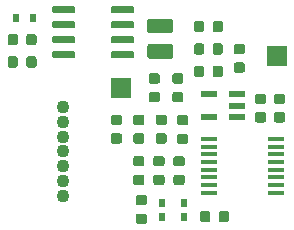
<source format=gbr>
G04 #@! TF.GenerationSoftware,KiCad,Pcbnew,(5.1.5)-3*
G04 #@! TF.CreationDate,2020-11-19T18:47:54+01:00*
G04 #@! TF.ProjectId,Sensor_2.0,53656e73-6f72-45f3-922e-302e6b696361,rev?*
G04 #@! TF.SameCoordinates,Original*
G04 #@! TF.FileFunction,Soldermask,Top*
G04 #@! TF.FilePolarity,Negative*
%FSLAX46Y46*%
G04 Gerber Fmt 4.6, Leading zero omitted, Abs format (unit mm)*
G04 Created by KiCad (PCBNEW (5.1.5)-3) date 2020-11-19 18:47:54*
%MOMM*%
%LPD*%
G04 APERTURE LIST*
%ADD10C,0.100000*%
%ADD11R,0.600000X0.700000*%
%ADD12C,1.100000*%
%ADD13R,1.700000X1.700000*%
%ADD14R,1.473200X0.355600*%
%ADD15R,1.473200X0.558800*%
%ADD16R,0.600000X0.800000*%
G04 APERTURE END LIST*
D10*
G36*
X123577691Y-80638553D02*
G01*
X123598926Y-80641703D01*
X123619750Y-80646919D01*
X123639962Y-80654151D01*
X123659368Y-80663330D01*
X123677781Y-80674366D01*
X123695024Y-80687154D01*
X123710930Y-80701570D01*
X123725346Y-80717476D01*
X123738134Y-80734719D01*
X123749170Y-80753132D01*
X123758349Y-80772538D01*
X123765581Y-80792750D01*
X123770797Y-80813574D01*
X123773947Y-80834809D01*
X123775000Y-80856250D01*
X123775000Y-81293750D01*
X123773947Y-81315191D01*
X123770797Y-81336426D01*
X123765581Y-81357250D01*
X123758349Y-81377462D01*
X123749170Y-81396868D01*
X123738134Y-81415281D01*
X123725346Y-81432524D01*
X123710930Y-81448430D01*
X123695024Y-81462846D01*
X123677781Y-81475634D01*
X123659368Y-81486670D01*
X123639962Y-81495849D01*
X123619750Y-81503081D01*
X123598926Y-81508297D01*
X123577691Y-81511447D01*
X123556250Y-81512500D01*
X123043750Y-81512500D01*
X123022309Y-81511447D01*
X123001074Y-81508297D01*
X122980250Y-81503081D01*
X122960038Y-81495849D01*
X122940632Y-81486670D01*
X122922219Y-81475634D01*
X122904976Y-81462846D01*
X122889070Y-81448430D01*
X122874654Y-81432524D01*
X122861866Y-81415281D01*
X122850830Y-81396868D01*
X122841651Y-81377462D01*
X122834419Y-81357250D01*
X122829203Y-81336426D01*
X122826053Y-81315191D01*
X122825000Y-81293750D01*
X122825000Y-80856250D01*
X122826053Y-80834809D01*
X122829203Y-80813574D01*
X122834419Y-80792750D01*
X122841651Y-80772538D01*
X122850830Y-80753132D01*
X122861866Y-80734719D01*
X122874654Y-80717476D01*
X122889070Y-80701570D01*
X122904976Y-80687154D01*
X122922219Y-80674366D01*
X122940632Y-80663330D01*
X122960038Y-80654151D01*
X122980250Y-80646919D01*
X123001074Y-80641703D01*
X123022309Y-80638553D01*
X123043750Y-80637500D01*
X123556250Y-80637500D01*
X123577691Y-80638553D01*
G37*
G36*
X123577691Y-79063553D02*
G01*
X123598926Y-79066703D01*
X123619750Y-79071919D01*
X123639962Y-79079151D01*
X123659368Y-79088330D01*
X123677781Y-79099366D01*
X123695024Y-79112154D01*
X123710930Y-79126570D01*
X123725346Y-79142476D01*
X123738134Y-79159719D01*
X123749170Y-79178132D01*
X123758349Y-79197538D01*
X123765581Y-79217750D01*
X123770797Y-79238574D01*
X123773947Y-79259809D01*
X123775000Y-79281250D01*
X123775000Y-79718750D01*
X123773947Y-79740191D01*
X123770797Y-79761426D01*
X123765581Y-79782250D01*
X123758349Y-79802462D01*
X123749170Y-79821868D01*
X123738134Y-79840281D01*
X123725346Y-79857524D01*
X123710930Y-79873430D01*
X123695024Y-79887846D01*
X123677781Y-79900634D01*
X123659368Y-79911670D01*
X123639962Y-79920849D01*
X123619750Y-79928081D01*
X123598926Y-79933297D01*
X123577691Y-79936447D01*
X123556250Y-79937500D01*
X123043750Y-79937500D01*
X123022309Y-79936447D01*
X123001074Y-79933297D01*
X122980250Y-79928081D01*
X122960038Y-79920849D01*
X122940632Y-79911670D01*
X122922219Y-79900634D01*
X122904976Y-79887846D01*
X122889070Y-79873430D01*
X122874654Y-79857524D01*
X122861866Y-79840281D01*
X122850830Y-79821868D01*
X122841651Y-79802462D01*
X122834419Y-79782250D01*
X122829203Y-79761426D01*
X122826053Y-79740191D01*
X122825000Y-79718750D01*
X122825000Y-79281250D01*
X122826053Y-79259809D01*
X122829203Y-79238574D01*
X122834419Y-79217750D01*
X122841651Y-79197538D01*
X122850830Y-79178132D01*
X122861866Y-79159719D01*
X122874654Y-79142476D01*
X122889070Y-79126570D01*
X122904976Y-79112154D01*
X122922219Y-79099366D01*
X122940632Y-79088330D01*
X122960038Y-79079151D01*
X122980250Y-79071919D01*
X123001074Y-79066703D01*
X123022309Y-79063553D01*
X123043750Y-79062500D01*
X123556250Y-79062500D01*
X123577691Y-79063553D01*
G37*
G36*
X111565191Y-77626053D02*
G01*
X111586426Y-77629203D01*
X111607250Y-77634419D01*
X111627462Y-77641651D01*
X111646868Y-77650830D01*
X111665281Y-77661866D01*
X111682524Y-77674654D01*
X111698430Y-77689070D01*
X111712846Y-77704976D01*
X111725634Y-77722219D01*
X111736670Y-77740632D01*
X111745849Y-77760038D01*
X111753081Y-77780250D01*
X111758297Y-77801074D01*
X111761447Y-77822309D01*
X111762500Y-77843750D01*
X111762500Y-78356250D01*
X111761447Y-78377691D01*
X111758297Y-78398926D01*
X111753081Y-78419750D01*
X111745849Y-78439962D01*
X111736670Y-78459368D01*
X111725634Y-78477781D01*
X111712846Y-78495024D01*
X111698430Y-78510930D01*
X111682524Y-78525346D01*
X111665281Y-78538134D01*
X111646868Y-78549170D01*
X111627462Y-78558349D01*
X111607250Y-78565581D01*
X111586426Y-78570797D01*
X111565191Y-78573947D01*
X111543750Y-78575000D01*
X111106250Y-78575000D01*
X111084809Y-78573947D01*
X111063574Y-78570797D01*
X111042750Y-78565581D01*
X111022538Y-78558349D01*
X111003132Y-78549170D01*
X110984719Y-78538134D01*
X110967476Y-78525346D01*
X110951570Y-78510930D01*
X110937154Y-78495024D01*
X110924366Y-78477781D01*
X110913330Y-78459368D01*
X110904151Y-78439962D01*
X110896919Y-78419750D01*
X110891703Y-78398926D01*
X110888553Y-78377691D01*
X110887500Y-78356250D01*
X110887500Y-77843750D01*
X110888553Y-77822309D01*
X110891703Y-77801074D01*
X110896919Y-77780250D01*
X110904151Y-77760038D01*
X110913330Y-77740632D01*
X110924366Y-77722219D01*
X110937154Y-77704976D01*
X110951570Y-77689070D01*
X110967476Y-77674654D01*
X110984719Y-77661866D01*
X111003132Y-77650830D01*
X111022538Y-77641651D01*
X111042750Y-77634419D01*
X111063574Y-77629203D01*
X111084809Y-77626053D01*
X111106250Y-77625000D01*
X111543750Y-77625000D01*
X111565191Y-77626053D01*
G37*
G36*
X113140191Y-77626053D02*
G01*
X113161426Y-77629203D01*
X113182250Y-77634419D01*
X113202462Y-77641651D01*
X113221868Y-77650830D01*
X113240281Y-77661866D01*
X113257524Y-77674654D01*
X113273430Y-77689070D01*
X113287846Y-77704976D01*
X113300634Y-77722219D01*
X113311670Y-77740632D01*
X113320849Y-77760038D01*
X113328081Y-77780250D01*
X113333297Y-77801074D01*
X113336447Y-77822309D01*
X113337500Y-77843750D01*
X113337500Y-78356250D01*
X113336447Y-78377691D01*
X113333297Y-78398926D01*
X113328081Y-78419750D01*
X113320849Y-78439962D01*
X113311670Y-78459368D01*
X113300634Y-78477781D01*
X113287846Y-78495024D01*
X113273430Y-78510930D01*
X113257524Y-78525346D01*
X113240281Y-78538134D01*
X113221868Y-78549170D01*
X113202462Y-78558349D01*
X113182250Y-78565581D01*
X113161426Y-78570797D01*
X113140191Y-78573947D01*
X113118750Y-78575000D01*
X112681250Y-78575000D01*
X112659809Y-78573947D01*
X112638574Y-78570797D01*
X112617750Y-78565581D01*
X112597538Y-78558349D01*
X112578132Y-78549170D01*
X112559719Y-78538134D01*
X112542476Y-78525346D01*
X112526570Y-78510930D01*
X112512154Y-78495024D01*
X112499366Y-78477781D01*
X112488330Y-78459368D01*
X112479151Y-78439962D01*
X112471919Y-78419750D01*
X112466703Y-78398926D01*
X112463553Y-78377691D01*
X112462500Y-78356250D01*
X112462500Y-77843750D01*
X112463553Y-77822309D01*
X112466703Y-77801074D01*
X112471919Y-77780250D01*
X112479151Y-77760038D01*
X112488330Y-77740632D01*
X112499366Y-77722219D01*
X112512154Y-77704976D01*
X112526570Y-77689070D01*
X112542476Y-77674654D01*
X112559719Y-77661866D01*
X112578132Y-77650830D01*
X112597538Y-77641651D01*
X112617750Y-77634419D01*
X112638574Y-77629203D01*
X112659809Y-77626053D01*
X112681250Y-77625000D01*
X113118750Y-77625000D01*
X113140191Y-77626053D01*
G37*
G36*
X122277691Y-86063553D02*
G01*
X122298926Y-86066703D01*
X122319750Y-86071919D01*
X122339962Y-86079151D01*
X122359368Y-86088330D01*
X122377781Y-86099366D01*
X122395024Y-86112154D01*
X122410930Y-86126570D01*
X122425346Y-86142476D01*
X122438134Y-86159719D01*
X122449170Y-86178132D01*
X122458349Y-86197538D01*
X122465581Y-86217750D01*
X122470797Y-86238574D01*
X122473947Y-86259809D01*
X122475000Y-86281250D01*
X122475000Y-86718750D01*
X122473947Y-86740191D01*
X122470797Y-86761426D01*
X122465581Y-86782250D01*
X122458349Y-86802462D01*
X122449170Y-86821868D01*
X122438134Y-86840281D01*
X122425346Y-86857524D01*
X122410930Y-86873430D01*
X122395024Y-86887846D01*
X122377781Y-86900634D01*
X122359368Y-86911670D01*
X122339962Y-86920849D01*
X122319750Y-86928081D01*
X122298926Y-86933297D01*
X122277691Y-86936447D01*
X122256250Y-86937500D01*
X121743750Y-86937500D01*
X121722309Y-86936447D01*
X121701074Y-86933297D01*
X121680250Y-86928081D01*
X121660038Y-86920849D01*
X121640632Y-86911670D01*
X121622219Y-86900634D01*
X121604976Y-86887846D01*
X121589070Y-86873430D01*
X121574654Y-86857524D01*
X121561866Y-86840281D01*
X121550830Y-86821868D01*
X121541651Y-86802462D01*
X121534419Y-86782250D01*
X121529203Y-86761426D01*
X121526053Y-86740191D01*
X121525000Y-86718750D01*
X121525000Y-86281250D01*
X121526053Y-86259809D01*
X121529203Y-86238574D01*
X121534419Y-86217750D01*
X121541651Y-86197538D01*
X121550830Y-86178132D01*
X121561866Y-86159719D01*
X121574654Y-86142476D01*
X121589070Y-86126570D01*
X121604976Y-86112154D01*
X121622219Y-86099366D01*
X121640632Y-86088330D01*
X121660038Y-86079151D01*
X121680250Y-86071919D01*
X121701074Y-86066703D01*
X121722309Y-86063553D01*
X121743750Y-86062500D01*
X122256250Y-86062500D01*
X122277691Y-86063553D01*
G37*
G36*
X122277691Y-87638553D02*
G01*
X122298926Y-87641703D01*
X122319750Y-87646919D01*
X122339962Y-87654151D01*
X122359368Y-87663330D01*
X122377781Y-87674366D01*
X122395024Y-87687154D01*
X122410930Y-87701570D01*
X122425346Y-87717476D01*
X122438134Y-87734719D01*
X122449170Y-87753132D01*
X122458349Y-87772538D01*
X122465581Y-87792750D01*
X122470797Y-87813574D01*
X122473947Y-87834809D01*
X122475000Y-87856250D01*
X122475000Y-88293750D01*
X122473947Y-88315191D01*
X122470797Y-88336426D01*
X122465581Y-88357250D01*
X122458349Y-88377462D01*
X122449170Y-88396868D01*
X122438134Y-88415281D01*
X122425346Y-88432524D01*
X122410930Y-88448430D01*
X122395024Y-88462846D01*
X122377781Y-88475634D01*
X122359368Y-88486670D01*
X122339962Y-88495849D01*
X122319750Y-88503081D01*
X122298926Y-88508297D01*
X122277691Y-88511447D01*
X122256250Y-88512500D01*
X121743750Y-88512500D01*
X121722309Y-88511447D01*
X121701074Y-88508297D01*
X121680250Y-88503081D01*
X121660038Y-88495849D01*
X121640632Y-88486670D01*
X121622219Y-88475634D01*
X121604976Y-88462846D01*
X121589070Y-88448430D01*
X121574654Y-88432524D01*
X121561866Y-88415281D01*
X121550830Y-88396868D01*
X121541651Y-88377462D01*
X121534419Y-88357250D01*
X121529203Y-88336426D01*
X121526053Y-88315191D01*
X121525000Y-88293750D01*
X121525000Y-87856250D01*
X121526053Y-87834809D01*
X121529203Y-87813574D01*
X121534419Y-87792750D01*
X121541651Y-87772538D01*
X121550830Y-87753132D01*
X121561866Y-87734719D01*
X121574654Y-87717476D01*
X121589070Y-87701570D01*
X121604976Y-87687154D01*
X121622219Y-87674366D01*
X121640632Y-87663330D01*
X121660038Y-87654151D01*
X121680250Y-87646919D01*
X121701074Y-87641703D01*
X121722309Y-87638553D01*
X121743750Y-87637500D01*
X122256250Y-87637500D01*
X122277691Y-87638553D01*
G37*
G36*
X123977691Y-87638553D02*
G01*
X123998926Y-87641703D01*
X124019750Y-87646919D01*
X124039962Y-87654151D01*
X124059368Y-87663330D01*
X124077781Y-87674366D01*
X124095024Y-87687154D01*
X124110930Y-87701570D01*
X124125346Y-87717476D01*
X124138134Y-87734719D01*
X124149170Y-87753132D01*
X124158349Y-87772538D01*
X124165581Y-87792750D01*
X124170797Y-87813574D01*
X124173947Y-87834809D01*
X124175000Y-87856250D01*
X124175000Y-88293750D01*
X124173947Y-88315191D01*
X124170797Y-88336426D01*
X124165581Y-88357250D01*
X124158349Y-88377462D01*
X124149170Y-88396868D01*
X124138134Y-88415281D01*
X124125346Y-88432524D01*
X124110930Y-88448430D01*
X124095024Y-88462846D01*
X124077781Y-88475634D01*
X124059368Y-88486670D01*
X124039962Y-88495849D01*
X124019750Y-88503081D01*
X123998926Y-88508297D01*
X123977691Y-88511447D01*
X123956250Y-88512500D01*
X123443750Y-88512500D01*
X123422309Y-88511447D01*
X123401074Y-88508297D01*
X123380250Y-88503081D01*
X123360038Y-88495849D01*
X123340632Y-88486670D01*
X123322219Y-88475634D01*
X123304976Y-88462846D01*
X123289070Y-88448430D01*
X123274654Y-88432524D01*
X123261866Y-88415281D01*
X123250830Y-88396868D01*
X123241651Y-88377462D01*
X123234419Y-88357250D01*
X123229203Y-88336426D01*
X123226053Y-88315191D01*
X123225000Y-88293750D01*
X123225000Y-87856250D01*
X123226053Y-87834809D01*
X123229203Y-87813574D01*
X123234419Y-87792750D01*
X123241651Y-87772538D01*
X123250830Y-87753132D01*
X123261866Y-87734719D01*
X123274654Y-87717476D01*
X123289070Y-87701570D01*
X123304976Y-87687154D01*
X123322219Y-87674366D01*
X123340632Y-87663330D01*
X123360038Y-87654151D01*
X123380250Y-87646919D01*
X123401074Y-87641703D01*
X123422309Y-87638553D01*
X123443750Y-87637500D01*
X123956250Y-87637500D01*
X123977691Y-87638553D01*
G37*
G36*
X123977691Y-86063553D02*
G01*
X123998926Y-86066703D01*
X124019750Y-86071919D01*
X124039962Y-86079151D01*
X124059368Y-86088330D01*
X124077781Y-86099366D01*
X124095024Y-86112154D01*
X124110930Y-86126570D01*
X124125346Y-86142476D01*
X124138134Y-86159719D01*
X124149170Y-86178132D01*
X124158349Y-86197538D01*
X124165581Y-86217750D01*
X124170797Y-86238574D01*
X124173947Y-86259809D01*
X124175000Y-86281250D01*
X124175000Y-86718750D01*
X124173947Y-86740191D01*
X124170797Y-86761426D01*
X124165581Y-86782250D01*
X124158349Y-86802462D01*
X124149170Y-86821868D01*
X124138134Y-86840281D01*
X124125346Y-86857524D01*
X124110930Y-86873430D01*
X124095024Y-86887846D01*
X124077781Y-86900634D01*
X124059368Y-86911670D01*
X124039962Y-86920849D01*
X124019750Y-86928081D01*
X123998926Y-86933297D01*
X123977691Y-86936447D01*
X123956250Y-86937500D01*
X123443750Y-86937500D01*
X123422309Y-86936447D01*
X123401074Y-86933297D01*
X123380250Y-86928081D01*
X123360038Y-86920849D01*
X123340632Y-86911670D01*
X123322219Y-86900634D01*
X123304976Y-86887846D01*
X123289070Y-86873430D01*
X123274654Y-86857524D01*
X123261866Y-86840281D01*
X123250830Y-86821868D01*
X123241651Y-86802462D01*
X123234419Y-86782250D01*
X123229203Y-86761426D01*
X123226053Y-86740191D01*
X123225000Y-86718750D01*
X123225000Y-86281250D01*
X123226053Y-86259809D01*
X123229203Y-86238574D01*
X123234419Y-86217750D01*
X123241651Y-86197538D01*
X123250830Y-86178132D01*
X123261866Y-86159719D01*
X123274654Y-86142476D01*
X123289070Y-86126570D01*
X123304976Y-86112154D01*
X123322219Y-86099366D01*
X123340632Y-86088330D01*
X123360038Y-86079151D01*
X123380250Y-86071919D01*
X123401074Y-86066703D01*
X123422309Y-86063553D01*
X123443750Y-86062500D01*
X123956250Y-86062500D01*
X123977691Y-86063553D01*
G37*
G36*
X125677691Y-87638553D02*
G01*
X125698926Y-87641703D01*
X125719750Y-87646919D01*
X125739962Y-87654151D01*
X125759368Y-87663330D01*
X125777781Y-87674366D01*
X125795024Y-87687154D01*
X125810930Y-87701570D01*
X125825346Y-87717476D01*
X125838134Y-87734719D01*
X125849170Y-87753132D01*
X125858349Y-87772538D01*
X125865581Y-87792750D01*
X125870797Y-87813574D01*
X125873947Y-87834809D01*
X125875000Y-87856250D01*
X125875000Y-88293750D01*
X125873947Y-88315191D01*
X125870797Y-88336426D01*
X125865581Y-88357250D01*
X125858349Y-88377462D01*
X125849170Y-88396868D01*
X125838134Y-88415281D01*
X125825346Y-88432524D01*
X125810930Y-88448430D01*
X125795024Y-88462846D01*
X125777781Y-88475634D01*
X125759368Y-88486670D01*
X125739962Y-88495849D01*
X125719750Y-88503081D01*
X125698926Y-88508297D01*
X125677691Y-88511447D01*
X125656250Y-88512500D01*
X125143750Y-88512500D01*
X125122309Y-88511447D01*
X125101074Y-88508297D01*
X125080250Y-88503081D01*
X125060038Y-88495849D01*
X125040632Y-88486670D01*
X125022219Y-88475634D01*
X125004976Y-88462846D01*
X124989070Y-88448430D01*
X124974654Y-88432524D01*
X124961866Y-88415281D01*
X124950830Y-88396868D01*
X124941651Y-88377462D01*
X124934419Y-88357250D01*
X124929203Y-88336426D01*
X124926053Y-88315191D01*
X124925000Y-88293750D01*
X124925000Y-87856250D01*
X124926053Y-87834809D01*
X124929203Y-87813574D01*
X124934419Y-87792750D01*
X124941651Y-87772538D01*
X124950830Y-87753132D01*
X124961866Y-87734719D01*
X124974654Y-87717476D01*
X124989070Y-87701570D01*
X125004976Y-87687154D01*
X125022219Y-87674366D01*
X125040632Y-87663330D01*
X125060038Y-87654151D01*
X125080250Y-87646919D01*
X125101074Y-87641703D01*
X125122309Y-87638553D01*
X125143750Y-87637500D01*
X125656250Y-87637500D01*
X125677691Y-87638553D01*
G37*
G36*
X125677691Y-86063553D02*
G01*
X125698926Y-86066703D01*
X125719750Y-86071919D01*
X125739962Y-86079151D01*
X125759368Y-86088330D01*
X125777781Y-86099366D01*
X125795024Y-86112154D01*
X125810930Y-86126570D01*
X125825346Y-86142476D01*
X125838134Y-86159719D01*
X125849170Y-86178132D01*
X125858349Y-86197538D01*
X125865581Y-86217750D01*
X125870797Y-86238574D01*
X125873947Y-86259809D01*
X125875000Y-86281250D01*
X125875000Y-86718750D01*
X125873947Y-86740191D01*
X125870797Y-86761426D01*
X125865581Y-86782250D01*
X125858349Y-86802462D01*
X125849170Y-86821868D01*
X125838134Y-86840281D01*
X125825346Y-86857524D01*
X125810930Y-86873430D01*
X125795024Y-86887846D01*
X125777781Y-86900634D01*
X125759368Y-86911670D01*
X125739962Y-86920849D01*
X125719750Y-86928081D01*
X125698926Y-86933297D01*
X125677691Y-86936447D01*
X125656250Y-86937500D01*
X125143750Y-86937500D01*
X125122309Y-86936447D01*
X125101074Y-86933297D01*
X125080250Y-86928081D01*
X125060038Y-86920849D01*
X125040632Y-86911670D01*
X125022219Y-86900634D01*
X125004976Y-86887846D01*
X124989070Y-86873430D01*
X124974654Y-86857524D01*
X124961866Y-86840281D01*
X124950830Y-86821868D01*
X124941651Y-86802462D01*
X124934419Y-86782250D01*
X124929203Y-86761426D01*
X124926053Y-86740191D01*
X124925000Y-86718750D01*
X124925000Y-86281250D01*
X124926053Y-86259809D01*
X124929203Y-86238574D01*
X124934419Y-86217750D01*
X124941651Y-86197538D01*
X124950830Y-86178132D01*
X124961866Y-86159719D01*
X124974654Y-86142476D01*
X124989070Y-86126570D01*
X125004976Y-86112154D01*
X125022219Y-86099366D01*
X125040632Y-86088330D01*
X125060038Y-86079151D01*
X125080250Y-86071919D01*
X125101074Y-86066703D01*
X125122309Y-86063553D01*
X125143750Y-86062500D01*
X125656250Y-86062500D01*
X125677691Y-86063553D01*
G37*
G36*
X124177691Y-82563553D02*
G01*
X124198926Y-82566703D01*
X124219750Y-82571919D01*
X124239962Y-82579151D01*
X124259368Y-82588330D01*
X124277781Y-82599366D01*
X124295024Y-82612154D01*
X124310930Y-82626570D01*
X124325346Y-82642476D01*
X124338134Y-82659719D01*
X124349170Y-82678132D01*
X124358349Y-82697538D01*
X124365581Y-82717750D01*
X124370797Y-82738574D01*
X124373947Y-82759809D01*
X124375000Y-82781250D01*
X124375000Y-83218750D01*
X124373947Y-83240191D01*
X124370797Y-83261426D01*
X124365581Y-83282250D01*
X124358349Y-83302462D01*
X124349170Y-83321868D01*
X124338134Y-83340281D01*
X124325346Y-83357524D01*
X124310930Y-83373430D01*
X124295024Y-83387846D01*
X124277781Y-83400634D01*
X124259368Y-83411670D01*
X124239962Y-83420849D01*
X124219750Y-83428081D01*
X124198926Y-83433297D01*
X124177691Y-83436447D01*
X124156250Y-83437500D01*
X123643750Y-83437500D01*
X123622309Y-83436447D01*
X123601074Y-83433297D01*
X123580250Y-83428081D01*
X123560038Y-83420849D01*
X123540632Y-83411670D01*
X123522219Y-83400634D01*
X123504976Y-83387846D01*
X123489070Y-83373430D01*
X123474654Y-83357524D01*
X123461866Y-83340281D01*
X123450830Y-83321868D01*
X123441651Y-83302462D01*
X123434419Y-83282250D01*
X123429203Y-83261426D01*
X123426053Y-83240191D01*
X123425000Y-83218750D01*
X123425000Y-82781250D01*
X123426053Y-82759809D01*
X123429203Y-82738574D01*
X123434419Y-82717750D01*
X123441651Y-82697538D01*
X123450830Y-82678132D01*
X123461866Y-82659719D01*
X123474654Y-82642476D01*
X123489070Y-82626570D01*
X123504976Y-82612154D01*
X123522219Y-82599366D01*
X123540632Y-82588330D01*
X123560038Y-82579151D01*
X123580250Y-82571919D01*
X123601074Y-82566703D01*
X123622309Y-82563553D01*
X123643750Y-82562500D01*
X124156250Y-82562500D01*
X124177691Y-82563553D01*
G37*
G36*
X124177691Y-84138553D02*
G01*
X124198926Y-84141703D01*
X124219750Y-84146919D01*
X124239962Y-84154151D01*
X124259368Y-84163330D01*
X124277781Y-84174366D01*
X124295024Y-84187154D01*
X124310930Y-84201570D01*
X124325346Y-84217476D01*
X124338134Y-84234719D01*
X124349170Y-84253132D01*
X124358349Y-84272538D01*
X124365581Y-84292750D01*
X124370797Y-84313574D01*
X124373947Y-84334809D01*
X124375000Y-84356250D01*
X124375000Y-84793750D01*
X124373947Y-84815191D01*
X124370797Y-84836426D01*
X124365581Y-84857250D01*
X124358349Y-84877462D01*
X124349170Y-84896868D01*
X124338134Y-84915281D01*
X124325346Y-84932524D01*
X124310930Y-84948430D01*
X124295024Y-84962846D01*
X124277781Y-84975634D01*
X124259368Y-84986670D01*
X124239962Y-84995849D01*
X124219750Y-85003081D01*
X124198926Y-85008297D01*
X124177691Y-85011447D01*
X124156250Y-85012500D01*
X123643750Y-85012500D01*
X123622309Y-85011447D01*
X123601074Y-85008297D01*
X123580250Y-85003081D01*
X123560038Y-84995849D01*
X123540632Y-84986670D01*
X123522219Y-84975634D01*
X123504976Y-84962846D01*
X123489070Y-84948430D01*
X123474654Y-84932524D01*
X123461866Y-84915281D01*
X123450830Y-84896868D01*
X123441651Y-84877462D01*
X123434419Y-84857250D01*
X123429203Y-84836426D01*
X123426053Y-84815191D01*
X123425000Y-84793750D01*
X123425000Y-84356250D01*
X123426053Y-84334809D01*
X123429203Y-84313574D01*
X123434419Y-84292750D01*
X123441651Y-84272538D01*
X123450830Y-84253132D01*
X123461866Y-84234719D01*
X123474654Y-84217476D01*
X123489070Y-84201570D01*
X123504976Y-84187154D01*
X123522219Y-84174366D01*
X123540632Y-84163330D01*
X123560038Y-84154151D01*
X123580250Y-84146919D01*
X123601074Y-84141703D01*
X123622309Y-84138553D01*
X123643750Y-84137500D01*
X124156250Y-84137500D01*
X124177691Y-84138553D01*
G37*
G36*
X125977691Y-82588553D02*
G01*
X125998926Y-82591703D01*
X126019750Y-82596919D01*
X126039962Y-82604151D01*
X126059368Y-82613330D01*
X126077781Y-82624366D01*
X126095024Y-82637154D01*
X126110930Y-82651570D01*
X126125346Y-82667476D01*
X126138134Y-82684719D01*
X126149170Y-82703132D01*
X126158349Y-82722538D01*
X126165581Y-82742750D01*
X126170797Y-82763574D01*
X126173947Y-82784809D01*
X126175000Y-82806250D01*
X126175000Y-83243750D01*
X126173947Y-83265191D01*
X126170797Y-83286426D01*
X126165581Y-83307250D01*
X126158349Y-83327462D01*
X126149170Y-83346868D01*
X126138134Y-83365281D01*
X126125346Y-83382524D01*
X126110930Y-83398430D01*
X126095024Y-83412846D01*
X126077781Y-83425634D01*
X126059368Y-83436670D01*
X126039962Y-83445849D01*
X126019750Y-83453081D01*
X125998926Y-83458297D01*
X125977691Y-83461447D01*
X125956250Y-83462500D01*
X125443750Y-83462500D01*
X125422309Y-83461447D01*
X125401074Y-83458297D01*
X125380250Y-83453081D01*
X125360038Y-83445849D01*
X125340632Y-83436670D01*
X125322219Y-83425634D01*
X125304976Y-83412846D01*
X125289070Y-83398430D01*
X125274654Y-83382524D01*
X125261866Y-83365281D01*
X125250830Y-83346868D01*
X125241651Y-83327462D01*
X125234419Y-83307250D01*
X125229203Y-83286426D01*
X125226053Y-83265191D01*
X125225000Y-83243750D01*
X125225000Y-82806250D01*
X125226053Y-82784809D01*
X125229203Y-82763574D01*
X125234419Y-82742750D01*
X125241651Y-82722538D01*
X125250830Y-82703132D01*
X125261866Y-82684719D01*
X125274654Y-82667476D01*
X125289070Y-82651570D01*
X125304976Y-82637154D01*
X125322219Y-82624366D01*
X125340632Y-82613330D01*
X125360038Y-82604151D01*
X125380250Y-82596919D01*
X125401074Y-82591703D01*
X125422309Y-82588553D01*
X125443750Y-82587500D01*
X125956250Y-82587500D01*
X125977691Y-82588553D01*
G37*
G36*
X125977691Y-84163553D02*
G01*
X125998926Y-84166703D01*
X126019750Y-84171919D01*
X126039962Y-84179151D01*
X126059368Y-84188330D01*
X126077781Y-84199366D01*
X126095024Y-84212154D01*
X126110930Y-84226570D01*
X126125346Y-84242476D01*
X126138134Y-84259719D01*
X126149170Y-84278132D01*
X126158349Y-84297538D01*
X126165581Y-84317750D01*
X126170797Y-84338574D01*
X126173947Y-84359809D01*
X126175000Y-84381250D01*
X126175000Y-84818750D01*
X126173947Y-84840191D01*
X126170797Y-84861426D01*
X126165581Y-84882250D01*
X126158349Y-84902462D01*
X126149170Y-84921868D01*
X126138134Y-84940281D01*
X126125346Y-84957524D01*
X126110930Y-84973430D01*
X126095024Y-84987846D01*
X126077781Y-85000634D01*
X126059368Y-85011670D01*
X126039962Y-85020849D01*
X126019750Y-85028081D01*
X125998926Y-85033297D01*
X125977691Y-85036447D01*
X125956250Y-85037500D01*
X125443750Y-85037500D01*
X125422309Y-85036447D01*
X125401074Y-85033297D01*
X125380250Y-85028081D01*
X125360038Y-85020849D01*
X125340632Y-85011670D01*
X125322219Y-85000634D01*
X125304976Y-84987846D01*
X125289070Y-84973430D01*
X125274654Y-84957524D01*
X125261866Y-84940281D01*
X125250830Y-84921868D01*
X125241651Y-84902462D01*
X125234419Y-84882250D01*
X125229203Y-84861426D01*
X125226053Y-84840191D01*
X125225000Y-84818750D01*
X125225000Y-84381250D01*
X125226053Y-84359809D01*
X125229203Y-84338574D01*
X125234419Y-84317750D01*
X125241651Y-84297538D01*
X125250830Y-84278132D01*
X125261866Y-84259719D01*
X125274654Y-84242476D01*
X125289070Y-84226570D01*
X125304976Y-84212154D01*
X125322219Y-84199366D01*
X125340632Y-84188330D01*
X125360038Y-84179151D01*
X125380250Y-84171919D01*
X125401074Y-84166703D01*
X125422309Y-84163553D01*
X125443750Y-84162500D01*
X125956250Y-84162500D01*
X125977691Y-84163553D01*
G37*
G36*
X122277691Y-84138553D02*
G01*
X122298926Y-84141703D01*
X122319750Y-84146919D01*
X122339962Y-84154151D01*
X122359368Y-84163330D01*
X122377781Y-84174366D01*
X122395024Y-84187154D01*
X122410930Y-84201570D01*
X122425346Y-84217476D01*
X122438134Y-84234719D01*
X122449170Y-84253132D01*
X122458349Y-84272538D01*
X122465581Y-84292750D01*
X122470797Y-84313574D01*
X122473947Y-84334809D01*
X122475000Y-84356250D01*
X122475000Y-84793750D01*
X122473947Y-84815191D01*
X122470797Y-84836426D01*
X122465581Y-84857250D01*
X122458349Y-84877462D01*
X122449170Y-84896868D01*
X122438134Y-84915281D01*
X122425346Y-84932524D01*
X122410930Y-84948430D01*
X122395024Y-84962846D01*
X122377781Y-84975634D01*
X122359368Y-84986670D01*
X122339962Y-84995849D01*
X122319750Y-85003081D01*
X122298926Y-85008297D01*
X122277691Y-85011447D01*
X122256250Y-85012500D01*
X121743750Y-85012500D01*
X121722309Y-85011447D01*
X121701074Y-85008297D01*
X121680250Y-85003081D01*
X121660038Y-84995849D01*
X121640632Y-84986670D01*
X121622219Y-84975634D01*
X121604976Y-84962846D01*
X121589070Y-84948430D01*
X121574654Y-84932524D01*
X121561866Y-84915281D01*
X121550830Y-84896868D01*
X121541651Y-84877462D01*
X121534419Y-84857250D01*
X121529203Y-84836426D01*
X121526053Y-84815191D01*
X121525000Y-84793750D01*
X121525000Y-84356250D01*
X121526053Y-84334809D01*
X121529203Y-84313574D01*
X121534419Y-84292750D01*
X121541651Y-84272538D01*
X121550830Y-84253132D01*
X121561866Y-84234719D01*
X121574654Y-84217476D01*
X121589070Y-84201570D01*
X121604976Y-84187154D01*
X121622219Y-84174366D01*
X121640632Y-84163330D01*
X121660038Y-84154151D01*
X121680250Y-84146919D01*
X121701074Y-84141703D01*
X121722309Y-84138553D01*
X121743750Y-84137500D01*
X122256250Y-84137500D01*
X122277691Y-84138553D01*
G37*
G36*
X122277691Y-82563553D02*
G01*
X122298926Y-82566703D01*
X122319750Y-82571919D01*
X122339962Y-82579151D01*
X122359368Y-82588330D01*
X122377781Y-82599366D01*
X122395024Y-82612154D01*
X122410930Y-82626570D01*
X122425346Y-82642476D01*
X122438134Y-82659719D01*
X122449170Y-82678132D01*
X122458349Y-82697538D01*
X122465581Y-82717750D01*
X122470797Y-82738574D01*
X122473947Y-82759809D01*
X122475000Y-82781250D01*
X122475000Y-83218750D01*
X122473947Y-83240191D01*
X122470797Y-83261426D01*
X122465581Y-83282250D01*
X122458349Y-83302462D01*
X122449170Y-83321868D01*
X122438134Y-83340281D01*
X122425346Y-83357524D01*
X122410930Y-83373430D01*
X122395024Y-83387846D01*
X122377781Y-83400634D01*
X122359368Y-83411670D01*
X122339962Y-83420849D01*
X122319750Y-83428081D01*
X122298926Y-83433297D01*
X122277691Y-83436447D01*
X122256250Y-83437500D01*
X121743750Y-83437500D01*
X121722309Y-83436447D01*
X121701074Y-83433297D01*
X121680250Y-83428081D01*
X121660038Y-83420849D01*
X121640632Y-83411670D01*
X121622219Y-83400634D01*
X121604976Y-83387846D01*
X121589070Y-83373430D01*
X121574654Y-83357524D01*
X121561866Y-83340281D01*
X121550830Y-83321868D01*
X121541651Y-83302462D01*
X121534419Y-83282250D01*
X121529203Y-83261426D01*
X121526053Y-83240191D01*
X121525000Y-83218750D01*
X121525000Y-82781250D01*
X121526053Y-82759809D01*
X121529203Y-82738574D01*
X121534419Y-82717750D01*
X121541651Y-82697538D01*
X121550830Y-82678132D01*
X121561866Y-82659719D01*
X121574654Y-82642476D01*
X121589070Y-82626570D01*
X121604976Y-82612154D01*
X121622219Y-82599366D01*
X121640632Y-82588330D01*
X121660038Y-82579151D01*
X121680250Y-82571919D01*
X121701074Y-82566703D01*
X121722309Y-82563553D01*
X121743750Y-82562500D01*
X122256250Y-82562500D01*
X122277691Y-82563553D01*
G37*
G36*
X132577691Y-80776053D02*
G01*
X132598926Y-80779203D01*
X132619750Y-80784419D01*
X132639962Y-80791651D01*
X132659368Y-80800830D01*
X132677781Y-80811866D01*
X132695024Y-80824654D01*
X132710930Y-80839070D01*
X132725346Y-80854976D01*
X132738134Y-80872219D01*
X132749170Y-80890632D01*
X132758349Y-80910038D01*
X132765581Y-80930250D01*
X132770797Y-80951074D01*
X132773947Y-80972309D01*
X132775000Y-80993750D01*
X132775000Y-81431250D01*
X132773947Y-81452691D01*
X132770797Y-81473926D01*
X132765581Y-81494750D01*
X132758349Y-81514962D01*
X132749170Y-81534368D01*
X132738134Y-81552781D01*
X132725346Y-81570024D01*
X132710930Y-81585930D01*
X132695024Y-81600346D01*
X132677781Y-81613134D01*
X132659368Y-81624170D01*
X132639962Y-81633349D01*
X132619750Y-81640581D01*
X132598926Y-81645797D01*
X132577691Y-81648947D01*
X132556250Y-81650000D01*
X132043750Y-81650000D01*
X132022309Y-81648947D01*
X132001074Y-81645797D01*
X131980250Y-81640581D01*
X131960038Y-81633349D01*
X131940632Y-81624170D01*
X131922219Y-81613134D01*
X131904976Y-81600346D01*
X131889070Y-81585930D01*
X131874654Y-81570024D01*
X131861866Y-81552781D01*
X131850830Y-81534368D01*
X131841651Y-81514962D01*
X131834419Y-81494750D01*
X131829203Y-81473926D01*
X131826053Y-81452691D01*
X131825000Y-81431250D01*
X131825000Y-80993750D01*
X131826053Y-80972309D01*
X131829203Y-80951074D01*
X131834419Y-80930250D01*
X131841651Y-80910038D01*
X131850830Y-80890632D01*
X131861866Y-80872219D01*
X131874654Y-80854976D01*
X131889070Y-80839070D01*
X131904976Y-80824654D01*
X131922219Y-80811866D01*
X131940632Y-80800830D01*
X131960038Y-80791651D01*
X131980250Y-80784419D01*
X132001074Y-80779203D01*
X132022309Y-80776053D01*
X132043750Y-80775000D01*
X132556250Y-80775000D01*
X132577691Y-80776053D01*
G37*
G36*
X132577691Y-82351053D02*
G01*
X132598926Y-82354203D01*
X132619750Y-82359419D01*
X132639962Y-82366651D01*
X132659368Y-82375830D01*
X132677781Y-82386866D01*
X132695024Y-82399654D01*
X132710930Y-82414070D01*
X132725346Y-82429976D01*
X132738134Y-82447219D01*
X132749170Y-82465632D01*
X132758349Y-82485038D01*
X132765581Y-82505250D01*
X132770797Y-82526074D01*
X132773947Y-82547309D01*
X132775000Y-82568750D01*
X132775000Y-83006250D01*
X132773947Y-83027691D01*
X132770797Y-83048926D01*
X132765581Y-83069750D01*
X132758349Y-83089962D01*
X132749170Y-83109368D01*
X132738134Y-83127781D01*
X132725346Y-83145024D01*
X132710930Y-83160930D01*
X132695024Y-83175346D01*
X132677781Y-83188134D01*
X132659368Y-83199170D01*
X132639962Y-83208349D01*
X132619750Y-83215581D01*
X132598926Y-83220797D01*
X132577691Y-83223947D01*
X132556250Y-83225000D01*
X132043750Y-83225000D01*
X132022309Y-83223947D01*
X132001074Y-83220797D01*
X131980250Y-83215581D01*
X131960038Y-83208349D01*
X131940632Y-83199170D01*
X131922219Y-83188134D01*
X131904976Y-83175346D01*
X131889070Y-83160930D01*
X131874654Y-83145024D01*
X131861866Y-83127781D01*
X131850830Y-83109368D01*
X131841651Y-83089962D01*
X131834419Y-83069750D01*
X131829203Y-83048926D01*
X131826053Y-83027691D01*
X131825000Y-83006250D01*
X131825000Y-82568750D01*
X131826053Y-82547309D01*
X131829203Y-82526074D01*
X131834419Y-82505250D01*
X131841651Y-82485038D01*
X131850830Y-82465632D01*
X131861866Y-82447219D01*
X131874654Y-82429976D01*
X131889070Y-82414070D01*
X131904976Y-82399654D01*
X131922219Y-82386866D01*
X131940632Y-82375830D01*
X131960038Y-82366651D01*
X131980250Y-82359419D01*
X132001074Y-82354203D01*
X132022309Y-82351053D01*
X132043750Y-82350000D01*
X132556250Y-82350000D01*
X132577691Y-82351053D01*
G37*
G36*
X127340191Y-76526053D02*
G01*
X127361426Y-76529203D01*
X127382250Y-76534419D01*
X127402462Y-76541651D01*
X127421868Y-76550830D01*
X127440281Y-76561866D01*
X127457524Y-76574654D01*
X127473430Y-76589070D01*
X127487846Y-76604976D01*
X127500634Y-76622219D01*
X127511670Y-76640632D01*
X127520849Y-76660038D01*
X127528081Y-76680250D01*
X127533297Y-76701074D01*
X127536447Y-76722309D01*
X127537500Y-76743750D01*
X127537500Y-77256250D01*
X127536447Y-77277691D01*
X127533297Y-77298926D01*
X127528081Y-77319750D01*
X127520849Y-77339962D01*
X127511670Y-77359368D01*
X127500634Y-77377781D01*
X127487846Y-77395024D01*
X127473430Y-77410930D01*
X127457524Y-77425346D01*
X127440281Y-77438134D01*
X127421868Y-77449170D01*
X127402462Y-77458349D01*
X127382250Y-77465581D01*
X127361426Y-77470797D01*
X127340191Y-77473947D01*
X127318750Y-77475000D01*
X126881250Y-77475000D01*
X126859809Y-77473947D01*
X126838574Y-77470797D01*
X126817750Y-77465581D01*
X126797538Y-77458349D01*
X126778132Y-77449170D01*
X126759719Y-77438134D01*
X126742476Y-77425346D01*
X126726570Y-77410930D01*
X126712154Y-77395024D01*
X126699366Y-77377781D01*
X126688330Y-77359368D01*
X126679151Y-77339962D01*
X126671919Y-77319750D01*
X126666703Y-77298926D01*
X126663553Y-77277691D01*
X126662500Y-77256250D01*
X126662500Y-76743750D01*
X126663553Y-76722309D01*
X126666703Y-76701074D01*
X126671919Y-76680250D01*
X126679151Y-76660038D01*
X126688330Y-76640632D01*
X126699366Y-76622219D01*
X126712154Y-76604976D01*
X126726570Y-76589070D01*
X126742476Y-76574654D01*
X126759719Y-76561866D01*
X126778132Y-76550830D01*
X126797538Y-76541651D01*
X126817750Y-76534419D01*
X126838574Y-76529203D01*
X126859809Y-76526053D01*
X126881250Y-76525000D01*
X127318750Y-76525000D01*
X127340191Y-76526053D01*
G37*
G36*
X128915191Y-76526053D02*
G01*
X128936426Y-76529203D01*
X128957250Y-76534419D01*
X128977462Y-76541651D01*
X128996868Y-76550830D01*
X129015281Y-76561866D01*
X129032524Y-76574654D01*
X129048430Y-76589070D01*
X129062846Y-76604976D01*
X129075634Y-76622219D01*
X129086670Y-76640632D01*
X129095849Y-76660038D01*
X129103081Y-76680250D01*
X129108297Y-76701074D01*
X129111447Y-76722309D01*
X129112500Y-76743750D01*
X129112500Y-77256250D01*
X129111447Y-77277691D01*
X129108297Y-77298926D01*
X129103081Y-77319750D01*
X129095849Y-77339962D01*
X129086670Y-77359368D01*
X129075634Y-77377781D01*
X129062846Y-77395024D01*
X129048430Y-77410930D01*
X129032524Y-77425346D01*
X129015281Y-77438134D01*
X128996868Y-77449170D01*
X128977462Y-77458349D01*
X128957250Y-77465581D01*
X128936426Y-77470797D01*
X128915191Y-77473947D01*
X128893750Y-77475000D01*
X128456250Y-77475000D01*
X128434809Y-77473947D01*
X128413574Y-77470797D01*
X128392750Y-77465581D01*
X128372538Y-77458349D01*
X128353132Y-77449170D01*
X128334719Y-77438134D01*
X128317476Y-77425346D01*
X128301570Y-77410930D01*
X128287154Y-77395024D01*
X128274366Y-77377781D01*
X128263330Y-77359368D01*
X128254151Y-77339962D01*
X128246919Y-77319750D01*
X128241703Y-77298926D01*
X128238553Y-77277691D01*
X128237500Y-77256250D01*
X128237500Y-76743750D01*
X128238553Y-76722309D01*
X128241703Y-76701074D01*
X128246919Y-76680250D01*
X128254151Y-76660038D01*
X128263330Y-76640632D01*
X128274366Y-76622219D01*
X128287154Y-76604976D01*
X128301570Y-76589070D01*
X128317476Y-76574654D01*
X128334719Y-76561866D01*
X128353132Y-76550830D01*
X128372538Y-76541651D01*
X128392750Y-76534419D01*
X128413574Y-76529203D01*
X128434809Y-76526053D01*
X128456250Y-76525000D01*
X128893750Y-76525000D01*
X128915191Y-76526053D01*
G37*
D11*
X113000000Y-74400000D03*
X111600000Y-74400000D03*
D10*
G36*
X120377691Y-82563553D02*
G01*
X120398926Y-82566703D01*
X120419750Y-82571919D01*
X120439962Y-82579151D01*
X120459368Y-82588330D01*
X120477781Y-82599366D01*
X120495024Y-82612154D01*
X120510930Y-82626570D01*
X120525346Y-82642476D01*
X120538134Y-82659719D01*
X120549170Y-82678132D01*
X120558349Y-82697538D01*
X120565581Y-82717750D01*
X120570797Y-82738574D01*
X120573947Y-82759809D01*
X120575000Y-82781250D01*
X120575000Y-83218750D01*
X120573947Y-83240191D01*
X120570797Y-83261426D01*
X120565581Y-83282250D01*
X120558349Y-83302462D01*
X120549170Y-83321868D01*
X120538134Y-83340281D01*
X120525346Y-83357524D01*
X120510930Y-83373430D01*
X120495024Y-83387846D01*
X120477781Y-83400634D01*
X120459368Y-83411670D01*
X120439962Y-83420849D01*
X120419750Y-83428081D01*
X120398926Y-83433297D01*
X120377691Y-83436447D01*
X120356250Y-83437500D01*
X119843750Y-83437500D01*
X119822309Y-83436447D01*
X119801074Y-83433297D01*
X119780250Y-83428081D01*
X119760038Y-83420849D01*
X119740632Y-83411670D01*
X119722219Y-83400634D01*
X119704976Y-83387846D01*
X119689070Y-83373430D01*
X119674654Y-83357524D01*
X119661866Y-83340281D01*
X119650830Y-83321868D01*
X119641651Y-83302462D01*
X119634419Y-83282250D01*
X119629203Y-83261426D01*
X119626053Y-83240191D01*
X119625000Y-83218750D01*
X119625000Y-82781250D01*
X119626053Y-82759809D01*
X119629203Y-82738574D01*
X119634419Y-82717750D01*
X119641651Y-82697538D01*
X119650830Y-82678132D01*
X119661866Y-82659719D01*
X119674654Y-82642476D01*
X119689070Y-82626570D01*
X119704976Y-82612154D01*
X119722219Y-82599366D01*
X119740632Y-82588330D01*
X119760038Y-82579151D01*
X119780250Y-82571919D01*
X119801074Y-82566703D01*
X119822309Y-82563553D01*
X119843750Y-82562500D01*
X120356250Y-82562500D01*
X120377691Y-82563553D01*
G37*
G36*
X120377691Y-84138553D02*
G01*
X120398926Y-84141703D01*
X120419750Y-84146919D01*
X120439962Y-84154151D01*
X120459368Y-84163330D01*
X120477781Y-84174366D01*
X120495024Y-84187154D01*
X120510930Y-84201570D01*
X120525346Y-84217476D01*
X120538134Y-84234719D01*
X120549170Y-84253132D01*
X120558349Y-84272538D01*
X120565581Y-84292750D01*
X120570797Y-84313574D01*
X120573947Y-84334809D01*
X120575000Y-84356250D01*
X120575000Y-84793750D01*
X120573947Y-84815191D01*
X120570797Y-84836426D01*
X120565581Y-84857250D01*
X120558349Y-84877462D01*
X120549170Y-84896868D01*
X120538134Y-84915281D01*
X120525346Y-84932524D01*
X120510930Y-84948430D01*
X120495024Y-84962846D01*
X120477781Y-84975634D01*
X120459368Y-84986670D01*
X120439962Y-84995849D01*
X120419750Y-85003081D01*
X120398926Y-85008297D01*
X120377691Y-85011447D01*
X120356250Y-85012500D01*
X119843750Y-85012500D01*
X119822309Y-85011447D01*
X119801074Y-85008297D01*
X119780250Y-85003081D01*
X119760038Y-84995849D01*
X119740632Y-84986670D01*
X119722219Y-84975634D01*
X119704976Y-84962846D01*
X119689070Y-84948430D01*
X119674654Y-84932524D01*
X119661866Y-84915281D01*
X119650830Y-84896868D01*
X119641651Y-84877462D01*
X119634419Y-84857250D01*
X119629203Y-84836426D01*
X119626053Y-84815191D01*
X119625000Y-84793750D01*
X119625000Y-84356250D01*
X119626053Y-84334809D01*
X119629203Y-84313574D01*
X119634419Y-84292750D01*
X119641651Y-84272538D01*
X119650830Y-84253132D01*
X119661866Y-84234719D01*
X119674654Y-84217476D01*
X119689070Y-84201570D01*
X119704976Y-84187154D01*
X119722219Y-84174366D01*
X119740632Y-84163330D01*
X119760038Y-84154151D01*
X119780250Y-84146919D01*
X119801074Y-84141703D01*
X119822309Y-84138553D01*
X119843750Y-84137500D01*
X120356250Y-84137500D01*
X120377691Y-84138553D01*
G37*
D12*
X115570000Y-81915000D03*
X115570000Y-83165000D03*
X115570000Y-84415000D03*
X115570000Y-85665000D03*
X115570000Y-86915000D03*
X115570000Y-88165000D03*
X115570000Y-89415000D03*
D13*
X120500000Y-80300000D03*
D10*
G36*
X124674504Y-74426204D02*
G01*
X124698773Y-74429804D01*
X124722571Y-74435765D01*
X124745671Y-74444030D01*
X124767849Y-74454520D01*
X124788893Y-74467133D01*
X124808598Y-74481747D01*
X124826777Y-74498223D01*
X124843253Y-74516402D01*
X124857867Y-74536107D01*
X124870480Y-74557151D01*
X124880970Y-74579329D01*
X124889235Y-74602429D01*
X124895196Y-74626227D01*
X124898796Y-74650496D01*
X124900000Y-74675000D01*
X124900000Y-75425000D01*
X124898796Y-75449504D01*
X124895196Y-75473773D01*
X124889235Y-75497571D01*
X124880970Y-75520671D01*
X124870480Y-75542849D01*
X124857867Y-75563893D01*
X124843253Y-75583598D01*
X124826777Y-75601777D01*
X124808598Y-75618253D01*
X124788893Y-75632867D01*
X124767849Y-75645480D01*
X124745671Y-75655970D01*
X124722571Y-75664235D01*
X124698773Y-75670196D01*
X124674504Y-75673796D01*
X124650000Y-75675000D01*
X122950000Y-75675000D01*
X122925496Y-75673796D01*
X122901227Y-75670196D01*
X122877429Y-75664235D01*
X122854329Y-75655970D01*
X122832151Y-75645480D01*
X122811107Y-75632867D01*
X122791402Y-75618253D01*
X122773223Y-75601777D01*
X122756747Y-75583598D01*
X122742133Y-75563893D01*
X122729520Y-75542849D01*
X122719030Y-75520671D01*
X122710765Y-75497571D01*
X122704804Y-75473773D01*
X122701204Y-75449504D01*
X122700000Y-75425000D01*
X122700000Y-74675000D01*
X122701204Y-74650496D01*
X122704804Y-74626227D01*
X122710765Y-74602429D01*
X122719030Y-74579329D01*
X122729520Y-74557151D01*
X122742133Y-74536107D01*
X122756747Y-74516402D01*
X122773223Y-74498223D01*
X122791402Y-74481747D01*
X122811107Y-74467133D01*
X122832151Y-74454520D01*
X122854329Y-74444030D01*
X122877429Y-74435765D01*
X122901227Y-74429804D01*
X122925496Y-74426204D01*
X122950000Y-74425000D01*
X124650000Y-74425000D01*
X124674504Y-74426204D01*
G37*
G36*
X124674504Y-76576204D02*
G01*
X124698773Y-76579804D01*
X124722571Y-76585765D01*
X124745671Y-76594030D01*
X124767849Y-76604520D01*
X124788893Y-76617133D01*
X124808598Y-76631747D01*
X124826777Y-76648223D01*
X124843253Y-76666402D01*
X124857867Y-76686107D01*
X124870480Y-76707151D01*
X124880970Y-76729329D01*
X124889235Y-76752429D01*
X124895196Y-76776227D01*
X124898796Y-76800496D01*
X124900000Y-76825000D01*
X124900000Y-77575000D01*
X124898796Y-77599504D01*
X124895196Y-77623773D01*
X124889235Y-77647571D01*
X124880970Y-77670671D01*
X124870480Y-77692849D01*
X124857867Y-77713893D01*
X124843253Y-77733598D01*
X124826777Y-77751777D01*
X124808598Y-77768253D01*
X124788893Y-77782867D01*
X124767849Y-77795480D01*
X124745671Y-77805970D01*
X124722571Y-77814235D01*
X124698773Y-77820196D01*
X124674504Y-77823796D01*
X124650000Y-77825000D01*
X122950000Y-77825000D01*
X122925496Y-77823796D01*
X122901227Y-77820196D01*
X122877429Y-77814235D01*
X122854329Y-77805970D01*
X122832151Y-77795480D01*
X122811107Y-77782867D01*
X122791402Y-77768253D01*
X122773223Y-77751777D01*
X122756747Y-77733598D01*
X122742133Y-77713893D01*
X122729520Y-77692849D01*
X122719030Y-77670671D01*
X122710765Y-77647571D01*
X122704804Y-77623773D01*
X122701204Y-77599504D01*
X122700000Y-77575000D01*
X122700000Y-76825000D01*
X122701204Y-76800496D01*
X122704804Y-76776227D01*
X122710765Y-76752429D01*
X122719030Y-76729329D01*
X122729520Y-76707151D01*
X122742133Y-76686107D01*
X122756747Y-76666402D01*
X122773223Y-76648223D01*
X122791402Y-76631747D01*
X122811107Y-76617133D01*
X122832151Y-76604520D01*
X122854329Y-76594030D01*
X122877429Y-76585765D01*
X122901227Y-76579804D01*
X122925496Y-76576204D01*
X122950000Y-76575000D01*
X124650000Y-76575000D01*
X124674504Y-76576204D01*
G37*
G36*
X127340191Y-74626053D02*
G01*
X127361426Y-74629203D01*
X127382250Y-74634419D01*
X127402462Y-74641651D01*
X127421868Y-74650830D01*
X127440281Y-74661866D01*
X127457524Y-74674654D01*
X127473430Y-74689070D01*
X127487846Y-74704976D01*
X127500634Y-74722219D01*
X127511670Y-74740632D01*
X127520849Y-74760038D01*
X127528081Y-74780250D01*
X127533297Y-74801074D01*
X127536447Y-74822309D01*
X127537500Y-74843750D01*
X127537500Y-75356250D01*
X127536447Y-75377691D01*
X127533297Y-75398926D01*
X127528081Y-75419750D01*
X127520849Y-75439962D01*
X127511670Y-75459368D01*
X127500634Y-75477781D01*
X127487846Y-75495024D01*
X127473430Y-75510930D01*
X127457524Y-75525346D01*
X127440281Y-75538134D01*
X127421868Y-75549170D01*
X127402462Y-75558349D01*
X127382250Y-75565581D01*
X127361426Y-75570797D01*
X127340191Y-75573947D01*
X127318750Y-75575000D01*
X126881250Y-75575000D01*
X126859809Y-75573947D01*
X126838574Y-75570797D01*
X126817750Y-75565581D01*
X126797538Y-75558349D01*
X126778132Y-75549170D01*
X126759719Y-75538134D01*
X126742476Y-75525346D01*
X126726570Y-75510930D01*
X126712154Y-75495024D01*
X126699366Y-75477781D01*
X126688330Y-75459368D01*
X126679151Y-75439962D01*
X126671919Y-75419750D01*
X126666703Y-75398926D01*
X126663553Y-75377691D01*
X126662500Y-75356250D01*
X126662500Y-74843750D01*
X126663553Y-74822309D01*
X126666703Y-74801074D01*
X126671919Y-74780250D01*
X126679151Y-74760038D01*
X126688330Y-74740632D01*
X126699366Y-74722219D01*
X126712154Y-74704976D01*
X126726570Y-74689070D01*
X126742476Y-74674654D01*
X126759719Y-74661866D01*
X126778132Y-74650830D01*
X126797538Y-74641651D01*
X126817750Y-74634419D01*
X126838574Y-74629203D01*
X126859809Y-74626053D01*
X126881250Y-74625000D01*
X127318750Y-74625000D01*
X127340191Y-74626053D01*
G37*
G36*
X128915191Y-74626053D02*
G01*
X128936426Y-74629203D01*
X128957250Y-74634419D01*
X128977462Y-74641651D01*
X128996868Y-74650830D01*
X129015281Y-74661866D01*
X129032524Y-74674654D01*
X129048430Y-74689070D01*
X129062846Y-74704976D01*
X129075634Y-74722219D01*
X129086670Y-74740632D01*
X129095849Y-74760038D01*
X129103081Y-74780250D01*
X129108297Y-74801074D01*
X129111447Y-74822309D01*
X129112500Y-74843750D01*
X129112500Y-75356250D01*
X129111447Y-75377691D01*
X129108297Y-75398926D01*
X129103081Y-75419750D01*
X129095849Y-75439962D01*
X129086670Y-75459368D01*
X129075634Y-75477781D01*
X129062846Y-75495024D01*
X129048430Y-75510930D01*
X129032524Y-75525346D01*
X129015281Y-75538134D01*
X128996868Y-75549170D01*
X128977462Y-75558349D01*
X128957250Y-75565581D01*
X128936426Y-75570797D01*
X128915191Y-75573947D01*
X128893750Y-75575000D01*
X128456250Y-75575000D01*
X128434809Y-75573947D01*
X128413574Y-75570797D01*
X128392750Y-75565581D01*
X128372538Y-75558349D01*
X128353132Y-75549170D01*
X128334719Y-75538134D01*
X128317476Y-75525346D01*
X128301570Y-75510930D01*
X128287154Y-75495024D01*
X128274366Y-75477781D01*
X128263330Y-75459368D01*
X128254151Y-75439962D01*
X128246919Y-75419750D01*
X128241703Y-75398926D01*
X128238553Y-75377691D01*
X128237500Y-75356250D01*
X128237500Y-74843750D01*
X128238553Y-74822309D01*
X128241703Y-74801074D01*
X128246919Y-74780250D01*
X128254151Y-74760038D01*
X128263330Y-74740632D01*
X128274366Y-74722219D01*
X128287154Y-74704976D01*
X128301570Y-74689070D01*
X128317476Y-74674654D01*
X128334719Y-74661866D01*
X128353132Y-74650830D01*
X128372538Y-74641651D01*
X128392750Y-74634419D01*
X128413574Y-74629203D01*
X128434809Y-74626053D01*
X128456250Y-74625000D01*
X128893750Y-74625000D01*
X128915191Y-74626053D01*
G37*
G36*
X111565191Y-75726053D02*
G01*
X111586426Y-75729203D01*
X111607250Y-75734419D01*
X111627462Y-75741651D01*
X111646868Y-75750830D01*
X111665281Y-75761866D01*
X111682524Y-75774654D01*
X111698430Y-75789070D01*
X111712846Y-75804976D01*
X111725634Y-75822219D01*
X111736670Y-75840632D01*
X111745849Y-75860038D01*
X111753081Y-75880250D01*
X111758297Y-75901074D01*
X111761447Y-75922309D01*
X111762500Y-75943750D01*
X111762500Y-76456250D01*
X111761447Y-76477691D01*
X111758297Y-76498926D01*
X111753081Y-76519750D01*
X111745849Y-76539962D01*
X111736670Y-76559368D01*
X111725634Y-76577781D01*
X111712846Y-76595024D01*
X111698430Y-76610930D01*
X111682524Y-76625346D01*
X111665281Y-76638134D01*
X111646868Y-76649170D01*
X111627462Y-76658349D01*
X111607250Y-76665581D01*
X111586426Y-76670797D01*
X111565191Y-76673947D01*
X111543750Y-76675000D01*
X111106250Y-76675000D01*
X111084809Y-76673947D01*
X111063574Y-76670797D01*
X111042750Y-76665581D01*
X111022538Y-76658349D01*
X111003132Y-76649170D01*
X110984719Y-76638134D01*
X110967476Y-76625346D01*
X110951570Y-76610930D01*
X110937154Y-76595024D01*
X110924366Y-76577781D01*
X110913330Y-76559368D01*
X110904151Y-76539962D01*
X110896919Y-76519750D01*
X110891703Y-76498926D01*
X110888553Y-76477691D01*
X110887500Y-76456250D01*
X110887500Y-75943750D01*
X110888553Y-75922309D01*
X110891703Y-75901074D01*
X110896919Y-75880250D01*
X110904151Y-75860038D01*
X110913330Y-75840632D01*
X110924366Y-75822219D01*
X110937154Y-75804976D01*
X110951570Y-75789070D01*
X110967476Y-75774654D01*
X110984719Y-75761866D01*
X111003132Y-75750830D01*
X111022538Y-75741651D01*
X111042750Y-75734419D01*
X111063574Y-75729203D01*
X111084809Y-75726053D01*
X111106250Y-75725000D01*
X111543750Y-75725000D01*
X111565191Y-75726053D01*
G37*
G36*
X113140191Y-75726053D02*
G01*
X113161426Y-75729203D01*
X113182250Y-75734419D01*
X113202462Y-75741651D01*
X113221868Y-75750830D01*
X113240281Y-75761866D01*
X113257524Y-75774654D01*
X113273430Y-75789070D01*
X113287846Y-75804976D01*
X113300634Y-75822219D01*
X113311670Y-75840632D01*
X113320849Y-75860038D01*
X113328081Y-75880250D01*
X113333297Y-75901074D01*
X113336447Y-75922309D01*
X113337500Y-75943750D01*
X113337500Y-76456250D01*
X113336447Y-76477691D01*
X113333297Y-76498926D01*
X113328081Y-76519750D01*
X113320849Y-76539962D01*
X113311670Y-76559368D01*
X113300634Y-76577781D01*
X113287846Y-76595024D01*
X113273430Y-76610930D01*
X113257524Y-76625346D01*
X113240281Y-76638134D01*
X113221868Y-76649170D01*
X113202462Y-76658349D01*
X113182250Y-76665581D01*
X113161426Y-76670797D01*
X113140191Y-76673947D01*
X113118750Y-76675000D01*
X112681250Y-76675000D01*
X112659809Y-76673947D01*
X112638574Y-76670797D01*
X112617750Y-76665581D01*
X112597538Y-76658349D01*
X112578132Y-76649170D01*
X112559719Y-76638134D01*
X112542476Y-76625346D01*
X112526570Y-76610930D01*
X112512154Y-76595024D01*
X112499366Y-76577781D01*
X112488330Y-76559368D01*
X112479151Y-76539962D01*
X112471919Y-76519750D01*
X112466703Y-76498926D01*
X112463553Y-76477691D01*
X112462500Y-76456250D01*
X112462500Y-75943750D01*
X112463553Y-75922309D01*
X112466703Y-75901074D01*
X112471919Y-75880250D01*
X112479151Y-75860038D01*
X112488330Y-75840632D01*
X112499366Y-75822219D01*
X112512154Y-75804976D01*
X112526570Y-75789070D01*
X112542476Y-75774654D01*
X112559719Y-75761866D01*
X112578132Y-75750830D01*
X112597538Y-75741651D01*
X112617750Y-75734419D01*
X112638574Y-75729203D01*
X112659809Y-75726053D01*
X112681250Y-75725000D01*
X113118750Y-75725000D01*
X113140191Y-75726053D01*
G37*
G36*
X127865191Y-90726053D02*
G01*
X127886426Y-90729203D01*
X127907250Y-90734419D01*
X127927462Y-90741651D01*
X127946868Y-90750830D01*
X127965281Y-90761866D01*
X127982524Y-90774654D01*
X127998430Y-90789070D01*
X128012846Y-90804976D01*
X128025634Y-90822219D01*
X128036670Y-90840632D01*
X128045849Y-90860038D01*
X128053081Y-90880250D01*
X128058297Y-90901074D01*
X128061447Y-90922309D01*
X128062500Y-90943750D01*
X128062500Y-91456250D01*
X128061447Y-91477691D01*
X128058297Y-91498926D01*
X128053081Y-91519750D01*
X128045849Y-91539962D01*
X128036670Y-91559368D01*
X128025634Y-91577781D01*
X128012846Y-91595024D01*
X127998430Y-91610930D01*
X127982524Y-91625346D01*
X127965281Y-91638134D01*
X127946868Y-91649170D01*
X127927462Y-91658349D01*
X127907250Y-91665581D01*
X127886426Y-91670797D01*
X127865191Y-91673947D01*
X127843750Y-91675000D01*
X127406250Y-91675000D01*
X127384809Y-91673947D01*
X127363574Y-91670797D01*
X127342750Y-91665581D01*
X127322538Y-91658349D01*
X127303132Y-91649170D01*
X127284719Y-91638134D01*
X127267476Y-91625346D01*
X127251570Y-91610930D01*
X127237154Y-91595024D01*
X127224366Y-91577781D01*
X127213330Y-91559368D01*
X127204151Y-91539962D01*
X127196919Y-91519750D01*
X127191703Y-91498926D01*
X127188553Y-91477691D01*
X127187500Y-91456250D01*
X127187500Y-90943750D01*
X127188553Y-90922309D01*
X127191703Y-90901074D01*
X127196919Y-90880250D01*
X127204151Y-90860038D01*
X127213330Y-90840632D01*
X127224366Y-90822219D01*
X127237154Y-90804976D01*
X127251570Y-90789070D01*
X127267476Y-90774654D01*
X127284719Y-90761866D01*
X127303132Y-90750830D01*
X127322538Y-90741651D01*
X127342750Y-90734419D01*
X127363574Y-90729203D01*
X127384809Y-90726053D01*
X127406250Y-90725000D01*
X127843750Y-90725000D01*
X127865191Y-90726053D01*
G37*
G36*
X129440191Y-90726053D02*
G01*
X129461426Y-90729203D01*
X129482250Y-90734419D01*
X129502462Y-90741651D01*
X129521868Y-90750830D01*
X129540281Y-90761866D01*
X129557524Y-90774654D01*
X129573430Y-90789070D01*
X129587846Y-90804976D01*
X129600634Y-90822219D01*
X129611670Y-90840632D01*
X129620849Y-90860038D01*
X129628081Y-90880250D01*
X129633297Y-90901074D01*
X129636447Y-90922309D01*
X129637500Y-90943750D01*
X129637500Y-91456250D01*
X129636447Y-91477691D01*
X129633297Y-91498926D01*
X129628081Y-91519750D01*
X129620849Y-91539962D01*
X129611670Y-91559368D01*
X129600634Y-91577781D01*
X129587846Y-91595024D01*
X129573430Y-91610930D01*
X129557524Y-91625346D01*
X129540281Y-91638134D01*
X129521868Y-91649170D01*
X129502462Y-91658349D01*
X129482250Y-91665581D01*
X129461426Y-91670797D01*
X129440191Y-91673947D01*
X129418750Y-91675000D01*
X128981250Y-91675000D01*
X128959809Y-91673947D01*
X128938574Y-91670797D01*
X128917750Y-91665581D01*
X128897538Y-91658349D01*
X128878132Y-91649170D01*
X128859719Y-91638134D01*
X128842476Y-91625346D01*
X128826570Y-91610930D01*
X128812154Y-91595024D01*
X128799366Y-91577781D01*
X128788330Y-91559368D01*
X128779151Y-91539962D01*
X128771919Y-91519750D01*
X128766703Y-91498926D01*
X128763553Y-91477691D01*
X128762500Y-91456250D01*
X128762500Y-90943750D01*
X128763553Y-90922309D01*
X128766703Y-90901074D01*
X128771919Y-90880250D01*
X128779151Y-90860038D01*
X128788330Y-90840632D01*
X128799366Y-90822219D01*
X128812154Y-90804976D01*
X128826570Y-90789070D01*
X128842476Y-90774654D01*
X128859719Y-90761866D01*
X128878132Y-90750830D01*
X128897538Y-90741651D01*
X128917750Y-90734419D01*
X128938574Y-90729203D01*
X128959809Y-90726053D01*
X128981250Y-90725000D01*
X129418750Y-90725000D01*
X129440191Y-90726053D01*
G37*
G36*
X134177691Y-80776053D02*
G01*
X134198926Y-80779203D01*
X134219750Y-80784419D01*
X134239962Y-80791651D01*
X134259368Y-80800830D01*
X134277781Y-80811866D01*
X134295024Y-80824654D01*
X134310930Y-80839070D01*
X134325346Y-80854976D01*
X134338134Y-80872219D01*
X134349170Y-80890632D01*
X134358349Y-80910038D01*
X134365581Y-80930250D01*
X134370797Y-80951074D01*
X134373947Y-80972309D01*
X134375000Y-80993750D01*
X134375000Y-81431250D01*
X134373947Y-81452691D01*
X134370797Y-81473926D01*
X134365581Y-81494750D01*
X134358349Y-81514962D01*
X134349170Y-81534368D01*
X134338134Y-81552781D01*
X134325346Y-81570024D01*
X134310930Y-81585930D01*
X134295024Y-81600346D01*
X134277781Y-81613134D01*
X134259368Y-81624170D01*
X134239962Y-81633349D01*
X134219750Y-81640581D01*
X134198926Y-81645797D01*
X134177691Y-81648947D01*
X134156250Y-81650000D01*
X133643750Y-81650000D01*
X133622309Y-81648947D01*
X133601074Y-81645797D01*
X133580250Y-81640581D01*
X133560038Y-81633349D01*
X133540632Y-81624170D01*
X133522219Y-81613134D01*
X133504976Y-81600346D01*
X133489070Y-81585930D01*
X133474654Y-81570024D01*
X133461866Y-81552781D01*
X133450830Y-81534368D01*
X133441651Y-81514962D01*
X133434419Y-81494750D01*
X133429203Y-81473926D01*
X133426053Y-81452691D01*
X133425000Y-81431250D01*
X133425000Y-80993750D01*
X133426053Y-80972309D01*
X133429203Y-80951074D01*
X133434419Y-80930250D01*
X133441651Y-80910038D01*
X133450830Y-80890632D01*
X133461866Y-80872219D01*
X133474654Y-80854976D01*
X133489070Y-80839070D01*
X133504976Y-80824654D01*
X133522219Y-80811866D01*
X133540632Y-80800830D01*
X133560038Y-80791651D01*
X133580250Y-80784419D01*
X133601074Y-80779203D01*
X133622309Y-80776053D01*
X133643750Y-80775000D01*
X134156250Y-80775000D01*
X134177691Y-80776053D01*
G37*
G36*
X134177691Y-82351053D02*
G01*
X134198926Y-82354203D01*
X134219750Y-82359419D01*
X134239962Y-82366651D01*
X134259368Y-82375830D01*
X134277781Y-82386866D01*
X134295024Y-82399654D01*
X134310930Y-82414070D01*
X134325346Y-82429976D01*
X134338134Y-82447219D01*
X134349170Y-82465632D01*
X134358349Y-82485038D01*
X134365581Y-82505250D01*
X134370797Y-82526074D01*
X134373947Y-82547309D01*
X134375000Y-82568750D01*
X134375000Y-83006250D01*
X134373947Y-83027691D01*
X134370797Y-83048926D01*
X134365581Y-83069750D01*
X134358349Y-83089962D01*
X134349170Y-83109368D01*
X134338134Y-83127781D01*
X134325346Y-83145024D01*
X134310930Y-83160930D01*
X134295024Y-83175346D01*
X134277781Y-83188134D01*
X134259368Y-83199170D01*
X134239962Y-83208349D01*
X134219750Y-83215581D01*
X134198926Y-83220797D01*
X134177691Y-83223947D01*
X134156250Y-83225000D01*
X133643750Y-83225000D01*
X133622309Y-83223947D01*
X133601074Y-83220797D01*
X133580250Y-83215581D01*
X133560038Y-83208349D01*
X133540632Y-83199170D01*
X133522219Y-83188134D01*
X133504976Y-83175346D01*
X133489070Y-83160930D01*
X133474654Y-83145024D01*
X133461866Y-83127781D01*
X133450830Y-83109368D01*
X133441651Y-83089962D01*
X133434419Y-83069750D01*
X133429203Y-83048926D01*
X133426053Y-83027691D01*
X133425000Y-83006250D01*
X133425000Y-82568750D01*
X133426053Y-82547309D01*
X133429203Y-82526074D01*
X133434419Y-82505250D01*
X133441651Y-82485038D01*
X133450830Y-82465632D01*
X133461866Y-82447219D01*
X133474654Y-82429976D01*
X133489070Y-82414070D01*
X133504976Y-82399654D01*
X133522219Y-82386866D01*
X133540632Y-82375830D01*
X133560038Y-82366651D01*
X133580250Y-82359419D01*
X133601074Y-82354203D01*
X133622309Y-82351053D01*
X133643750Y-82350000D01*
X134156250Y-82350000D01*
X134177691Y-82351053D01*
G37*
G36*
X125577691Y-80638553D02*
G01*
X125598926Y-80641703D01*
X125619750Y-80646919D01*
X125639962Y-80654151D01*
X125659368Y-80663330D01*
X125677781Y-80674366D01*
X125695024Y-80687154D01*
X125710930Y-80701570D01*
X125725346Y-80717476D01*
X125738134Y-80734719D01*
X125749170Y-80753132D01*
X125758349Y-80772538D01*
X125765581Y-80792750D01*
X125770797Y-80813574D01*
X125773947Y-80834809D01*
X125775000Y-80856250D01*
X125775000Y-81293750D01*
X125773947Y-81315191D01*
X125770797Y-81336426D01*
X125765581Y-81357250D01*
X125758349Y-81377462D01*
X125749170Y-81396868D01*
X125738134Y-81415281D01*
X125725346Y-81432524D01*
X125710930Y-81448430D01*
X125695024Y-81462846D01*
X125677781Y-81475634D01*
X125659368Y-81486670D01*
X125639962Y-81495849D01*
X125619750Y-81503081D01*
X125598926Y-81508297D01*
X125577691Y-81511447D01*
X125556250Y-81512500D01*
X125043750Y-81512500D01*
X125022309Y-81511447D01*
X125001074Y-81508297D01*
X124980250Y-81503081D01*
X124960038Y-81495849D01*
X124940632Y-81486670D01*
X124922219Y-81475634D01*
X124904976Y-81462846D01*
X124889070Y-81448430D01*
X124874654Y-81432524D01*
X124861866Y-81415281D01*
X124850830Y-81396868D01*
X124841651Y-81377462D01*
X124834419Y-81357250D01*
X124829203Y-81336426D01*
X124826053Y-81315191D01*
X124825000Y-81293750D01*
X124825000Y-80856250D01*
X124826053Y-80834809D01*
X124829203Y-80813574D01*
X124834419Y-80792750D01*
X124841651Y-80772538D01*
X124850830Y-80753132D01*
X124861866Y-80734719D01*
X124874654Y-80717476D01*
X124889070Y-80701570D01*
X124904976Y-80687154D01*
X124922219Y-80674366D01*
X124940632Y-80663330D01*
X124960038Y-80654151D01*
X124980250Y-80646919D01*
X125001074Y-80641703D01*
X125022309Y-80638553D01*
X125043750Y-80637500D01*
X125556250Y-80637500D01*
X125577691Y-80638553D01*
G37*
G36*
X125577691Y-79063553D02*
G01*
X125598926Y-79066703D01*
X125619750Y-79071919D01*
X125639962Y-79079151D01*
X125659368Y-79088330D01*
X125677781Y-79099366D01*
X125695024Y-79112154D01*
X125710930Y-79126570D01*
X125725346Y-79142476D01*
X125738134Y-79159719D01*
X125749170Y-79178132D01*
X125758349Y-79197538D01*
X125765581Y-79217750D01*
X125770797Y-79238574D01*
X125773947Y-79259809D01*
X125775000Y-79281250D01*
X125775000Y-79718750D01*
X125773947Y-79740191D01*
X125770797Y-79761426D01*
X125765581Y-79782250D01*
X125758349Y-79802462D01*
X125749170Y-79821868D01*
X125738134Y-79840281D01*
X125725346Y-79857524D01*
X125710930Y-79873430D01*
X125695024Y-79887846D01*
X125677781Y-79900634D01*
X125659368Y-79911670D01*
X125639962Y-79920849D01*
X125619750Y-79928081D01*
X125598926Y-79933297D01*
X125577691Y-79936447D01*
X125556250Y-79937500D01*
X125043750Y-79937500D01*
X125022309Y-79936447D01*
X125001074Y-79933297D01*
X124980250Y-79928081D01*
X124960038Y-79920849D01*
X124940632Y-79911670D01*
X124922219Y-79900634D01*
X124904976Y-79887846D01*
X124889070Y-79873430D01*
X124874654Y-79857524D01*
X124861866Y-79840281D01*
X124850830Y-79821868D01*
X124841651Y-79802462D01*
X124834419Y-79782250D01*
X124829203Y-79761426D01*
X124826053Y-79740191D01*
X124825000Y-79718750D01*
X124825000Y-79281250D01*
X124826053Y-79259809D01*
X124829203Y-79238574D01*
X124834419Y-79217750D01*
X124841651Y-79197538D01*
X124850830Y-79178132D01*
X124861866Y-79159719D01*
X124874654Y-79142476D01*
X124889070Y-79126570D01*
X124904976Y-79112154D01*
X124922219Y-79099366D01*
X124940632Y-79088330D01*
X124960038Y-79079151D01*
X124980250Y-79071919D01*
X125001074Y-79066703D01*
X125022309Y-79063553D01*
X125043750Y-79062500D01*
X125556250Y-79062500D01*
X125577691Y-79063553D01*
G37*
G36*
X128915191Y-78426053D02*
G01*
X128936426Y-78429203D01*
X128957250Y-78434419D01*
X128977462Y-78441651D01*
X128996868Y-78450830D01*
X129015281Y-78461866D01*
X129032524Y-78474654D01*
X129048430Y-78489070D01*
X129062846Y-78504976D01*
X129075634Y-78522219D01*
X129086670Y-78540632D01*
X129095849Y-78560038D01*
X129103081Y-78580250D01*
X129108297Y-78601074D01*
X129111447Y-78622309D01*
X129112500Y-78643750D01*
X129112500Y-79156250D01*
X129111447Y-79177691D01*
X129108297Y-79198926D01*
X129103081Y-79219750D01*
X129095849Y-79239962D01*
X129086670Y-79259368D01*
X129075634Y-79277781D01*
X129062846Y-79295024D01*
X129048430Y-79310930D01*
X129032524Y-79325346D01*
X129015281Y-79338134D01*
X128996868Y-79349170D01*
X128977462Y-79358349D01*
X128957250Y-79365581D01*
X128936426Y-79370797D01*
X128915191Y-79373947D01*
X128893750Y-79375000D01*
X128456250Y-79375000D01*
X128434809Y-79373947D01*
X128413574Y-79370797D01*
X128392750Y-79365581D01*
X128372538Y-79358349D01*
X128353132Y-79349170D01*
X128334719Y-79338134D01*
X128317476Y-79325346D01*
X128301570Y-79310930D01*
X128287154Y-79295024D01*
X128274366Y-79277781D01*
X128263330Y-79259368D01*
X128254151Y-79239962D01*
X128246919Y-79219750D01*
X128241703Y-79198926D01*
X128238553Y-79177691D01*
X128237500Y-79156250D01*
X128237500Y-78643750D01*
X128238553Y-78622309D01*
X128241703Y-78601074D01*
X128246919Y-78580250D01*
X128254151Y-78560038D01*
X128263330Y-78540632D01*
X128274366Y-78522219D01*
X128287154Y-78504976D01*
X128301570Y-78489070D01*
X128317476Y-78474654D01*
X128334719Y-78461866D01*
X128353132Y-78450830D01*
X128372538Y-78441651D01*
X128392750Y-78434419D01*
X128413574Y-78429203D01*
X128434809Y-78426053D01*
X128456250Y-78425000D01*
X128893750Y-78425000D01*
X128915191Y-78426053D01*
G37*
G36*
X127340191Y-78426053D02*
G01*
X127361426Y-78429203D01*
X127382250Y-78434419D01*
X127402462Y-78441651D01*
X127421868Y-78450830D01*
X127440281Y-78461866D01*
X127457524Y-78474654D01*
X127473430Y-78489070D01*
X127487846Y-78504976D01*
X127500634Y-78522219D01*
X127511670Y-78540632D01*
X127520849Y-78560038D01*
X127528081Y-78580250D01*
X127533297Y-78601074D01*
X127536447Y-78622309D01*
X127537500Y-78643750D01*
X127537500Y-79156250D01*
X127536447Y-79177691D01*
X127533297Y-79198926D01*
X127528081Y-79219750D01*
X127520849Y-79239962D01*
X127511670Y-79259368D01*
X127500634Y-79277781D01*
X127487846Y-79295024D01*
X127473430Y-79310930D01*
X127457524Y-79325346D01*
X127440281Y-79338134D01*
X127421868Y-79349170D01*
X127402462Y-79358349D01*
X127382250Y-79365581D01*
X127361426Y-79370797D01*
X127340191Y-79373947D01*
X127318750Y-79375000D01*
X126881250Y-79375000D01*
X126859809Y-79373947D01*
X126838574Y-79370797D01*
X126817750Y-79365581D01*
X126797538Y-79358349D01*
X126778132Y-79349170D01*
X126759719Y-79338134D01*
X126742476Y-79325346D01*
X126726570Y-79310930D01*
X126712154Y-79295024D01*
X126699366Y-79277781D01*
X126688330Y-79259368D01*
X126679151Y-79239962D01*
X126671919Y-79219750D01*
X126666703Y-79198926D01*
X126663553Y-79177691D01*
X126662500Y-79156250D01*
X126662500Y-78643750D01*
X126663553Y-78622309D01*
X126666703Y-78601074D01*
X126671919Y-78580250D01*
X126679151Y-78560038D01*
X126688330Y-78540632D01*
X126699366Y-78522219D01*
X126712154Y-78504976D01*
X126726570Y-78489070D01*
X126742476Y-78474654D01*
X126759719Y-78461866D01*
X126778132Y-78450830D01*
X126797538Y-78441651D01*
X126817750Y-78434419D01*
X126838574Y-78429203D01*
X126859809Y-78426053D01*
X126881250Y-78425000D01*
X127318750Y-78425000D01*
X127340191Y-78426053D01*
G37*
G36*
X130777691Y-78138553D02*
G01*
X130798926Y-78141703D01*
X130819750Y-78146919D01*
X130839962Y-78154151D01*
X130859368Y-78163330D01*
X130877781Y-78174366D01*
X130895024Y-78187154D01*
X130910930Y-78201570D01*
X130925346Y-78217476D01*
X130938134Y-78234719D01*
X130949170Y-78253132D01*
X130958349Y-78272538D01*
X130965581Y-78292750D01*
X130970797Y-78313574D01*
X130973947Y-78334809D01*
X130975000Y-78356250D01*
X130975000Y-78793750D01*
X130973947Y-78815191D01*
X130970797Y-78836426D01*
X130965581Y-78857250D01*
X130958349Y-78877462D01*
X130949170Y-78896868D01*
X130938134Y-78915281D01*
X130925346Y-78932524D01*
X130910930Y-78948430D01*
X130895024Y-78962846D01*
X130877781Y-78975634D01*
X130859368Y-78986670D01*
X130839962Y-78995849D01*
X130819750Y-79003081D01*
X130798926Y-79008297D01*
X130777691Y-79011447D01*
X130756250Y-79012500D01*
X130243750Y-79012500D01*
X130222309Y-79011447D01*
X130201074Y-79008297D01*
X130180250Y-79003081D01*
X130160038Y-78995849D01*
X130140632Y-78986670D01*
X130122219Y-78975634D01*
X130104976Y-78962846D01*
X130089070Y-78948430D01*
X130074654Y-78932524D01*
X130061866Y-78915281D01*
X130050830Y-78896868D01*
X130041651Y-78877462D01*
X130034419Y-78857250D01*
X130029203Y-78836426D01*
X130026053Y-78815191D01*
X130025000Y-78793750D01*
X130025000Y-78356250D01*
X130026053Y-78334809D01*
X130029203Y-78313574D01*
X130034419Y-78292750D01*
X130041651Y-78272538D01*
X130050830Y-78253132D01*
X130061866Y-78234719D01*
X130074654Y-78217476D01*
X130089070Y-78201570D01*
X130104976Y-78187154D01*
X130122219Y-78174366D01*
X130140632Y-78163330D01*
X130160038Y-78154151D01*
X130180250Y-78146919D01*
X130201074Y-78141703D01*
X130222309Y-78138553D01*
X130243750Y-78137500D01*
X130756250Y-78137500D01*
X130777691Y-78138553D01*
G37*
G36*
X130777691Y-76563553D02*
G01*
X130798926Y-76566703D01*
X130819750Y-76571919D01*
X130839962Y-76579151D01*
X130859368Y-76588330D01*
X130877781Y-76599366D01*
X130895024Y-76612154D01*
X130910930Y-76626570D01*
X130925346Y-76642476D01*
X130938134Y-76659719D01*
X130949170Y-76678132D01*
X130958349Y-76697538D01*
X130965581Y-76717750D01*
X130970797Y-76738574D01*
X130973947Y-76759809D01*
X130975000Y-76781250D01*
X130975000Y-77218750D01*
X130973947Y-77240191D01*
X130970797Y-77261426D01*
X130965581Y-77282250D01*
X130958349Y-77302462D01*
X130949170Y-77321868D01*
X130938134Y-77340281D01*
X130925346Y-77357524D01*
X130910930Y-77373430D01*
X130895024Y-77387846D01*
X130877781Y-77400634D01*
X130859368Y-77411670D01*
X130839962Y-77420849D01*
X130819750Y-77428081D01*
X130798926Y-77433297D01*
X130777691Y-77436447D01*
X130756250Y-77437500D01*
X130243750Y-77437500D01*
X130222309Y-77436447D01*
X130201074Y-77433297D01*
X130180250Y-77428081D01*
X130160038Y-77420849D01*
X130140632Y-77411670D01*
X130122219Y-77400634D01*
X130104976Y-77387846D01*
X130089070Y-77373430D01*
X130074654Y-77357524D01*
X130061866Y-77340281D01*
X130050830Y-77321868D01*
X130041651Y-77302462D01*
X130034419Y-77282250D01*
X130029203Y-77261426D01*
X130026053Y-77240191D01*
X130025000Y-77218750D01*
X130025000Y-76781250D01*
X130026053Y-76759809D01*
X130029203Y-76738574D01*
X130034419Y-76717750D01*
X130041651Y-76697538D01*
X130050830Y-76678132D01*
X130061866Y-76659719D01*
X130074654Y-76642476D01*
X130089070Y-76626570D01*
X130104976Y-76612154D01*
X130122219Y-76599366D01*
X130140632Y-76588330D01*
X130160038Y-76579151D01*
X130180250Y-76571919D01*
X130201074Y-76566703D01*
X130222309Y-76563553D01*
X130243750Y-76562500D01*
X130756250Y-76562500D01*
X130777691Y-76563553D01*
G37*
G36*
X121439703Y-77200722D02*
G01*
X121454264Y-77202882D01*
X121468543Y-77206459D01*
X121482403Y-77211418D01*
X121495710Y-77217712D01*
X121508336Y-77225280D01*
X121520159Y-77234048D01*
X121531066Y-77243934D01*
X121540952Y-77254841D01*
X121549720Y-77266664D01*
X121557288Y-77279290D01*
X121563582Y-77292597D01*
X121568541Y-77306457D01*
X121572118Y-77320736D01*
X121574278Y-77335297D01*
X121575000Y-77350000D01*
X121575000Y-77650000D01*
X121574278Y-77664703D01*
X121572118Y-77679264D01*
X121568541Y-77693543D01*
X121563582Y-77707403D01*
X121557288Y-77720710D01*
X121549720Y-77733336D01*
X121540952Y-77745159D01*
X121531066Y-77756066D01*
X121520159Y-77765952D01*
X121508336Y-77774720D01*
X121495710Y-77782288D01*
X121482403Y-77788582D01*
X121468543Y-77793541D01*
X121454264Y-77797118D01*
X121439703Y-77799278D01*
X121425000Y-77800000D01*
X119775000Y-77800000D01*
X119760297Y-77799278D01*
X119745736Y-77797118D01*
X119731457Y-77793541D01*
X119717597Y-77788582D01*
X119704290Y-77782288D01*
X119691664Y-77774720D01*
X119679841Y-77765952D01*
X119668934Y-77756066D01*
X119659048Y-77745159D01*
X119650280Y-77733336D01*
X119642712Y-77720710D01*
X119636418Y-77707403D01*
X119631459Y-77693543D01*
X119627882Y-77679264D01*
X119625722Y-77664703D01*
X119625000Y-77650000D01*
X119625000Y-77350000D01*
X119625722Y-77335297D01*
X119627882Y-77320736D01*
X119631459Y-77306457D01*
X119636418Y-77292597D01*
X119642712Y-77279290D01*
X119650280Y-77266664D01*
X119659048Y-77254841D01*
X119668934Y-77243934D01*
X119679841Y-77234048D01*
X119691664Y-77225280D01*
X119704290Y-77217712D01*
X119717597Y-77211418D01*
X119731457Y-77206459D01*
X119745736Y-77202882D01*
X119760297Y-77200722D01*
X119775000Y-77200000D01*
X121425000Y-77200000D01*
X121439703Y-77200722D01*
G37*
G36*
X121439703Y-75930722D02*
G01*
X121454264Y-75932882D01*
X121468543Y-75936459D01*
X121482403Y-75941418D01*
X121495710Y-75947712D01*
X121508336Y-75955280D01*
X121520159Y-75964048D01*
X121531066Y-75973934D01*
X121540952Y-75984841D01*
X121549720Y-75996664D01*
X121557288Y-76009290D01*
X121563582Y-76022597D01*
X121568541Y-76036457D01*
X121572118Y-76050736D01*
X121574278Y-76065297D01*
X121575000Y-76080000D01*
X121575000Y-76380000D01*
X121574278Y-76394703D01*
X121572118Y-76409264D01*
X121568541Y-76423543D01*
X121563582Y-76437403D01*
X121557288Y-76450710D01*
X121549720Y-76463336D01*
X121540952Y-76475159D01*
X121531066Y-76486066D01*
X121520159Y-76495952D01*
X121508336Y-76504720D01*
X121495710Y-76512288D01*
X121482403Y-76518582D01*
X121468543Y-76523541D01*
X121454264Y-76527118D01*
X121439703Y-76529278D01*
X121425000Y-76530000D01*
X119775000Y-76530000D01*
X119760297Y-76529278D01*
X119745736Y-76527118D01*
X119731457Y-76523541D01*
X119717597Y-76518582D01*
X119704290Y-76512288D01*
X119691664Y-76504720D01*
X119679841Y-76495952D01*
X119668934Y-76486066D01*
X119659048Y-76475159D01*
X119650280Y-76463336D01*
X119642712Y-76450710D01*
X119636418Y-76437403D01*
X119631459Y-76423543D01*
X119627882Y-76409264D01*
X119625722Y-76394703D01*
X119625000Y-76380000D01*
X119625000Y-76080000D01*
X119625722Y-76065297D01*
X119627882Y-76050736D01*
X119631459Y-76036457D01*
X119636418Y-76022597D01*
X119642712Y-76009290D01*
X119650280Y-75996664D01*
X119659048Y-75984841D01*
X119668934Y-75973934D01*
X119679841Y-75964048D01*
X119691664Y-75955280D01*
X119704290Y-75947712D01*
X119717597Y-75941418D01*
X119731457Y-75936459D01*
X119745736Y-75932882D01*
X119760297Y-75930722D01*
X119775000Y-75930000D01*
X121425000Y-75930000D01*
X121439703Y-75930722D01*
G37*
G36*
X121439703Y-74660722D02*
G01*
X121454264Y-74662882D01*
X121468543Y-74666459D01*
X121482403Y-74671418D01*
X121495710Y-74677712D01*
X121508336Y-74685280D01*
X121520159Y-74694048D01*
X121531066Y-74703934D01*
X121540952Y-74714841D01*
X121549720Y-74726664D01*
X121557288Y-74739290D01*
X121563582Y-74752597D01*
X121568541Y-74766457D01*
X121572118Y-74780736D01*
X121574278Y-74795297D01*
X121575000Y-74810000D01*
X121575000Y-75110000D01*
X121574278Y-75124703D01*
X121572118Y-75139264D01*
X121568541Y-75153543D01*
X121563582Y-75167403D01*
X121557288Y-75180710D01*
X121549720Y-75193336D01*
X121540952Y-75205159D01*
X121531066Y-75216066D01*
X121520159Y-75225952D01*
X121508336Y-75234720D01*
X121495710Y-75242288D01*
X121482403Y-75248582D01*
X121468543Y-75253541D01*
X121454264Y-75257118D01*
X121439703Y-75259278D01*
X121425000Y-75260000D01*
X119775000Y-75260000D01*
X119760297Y-75259278D01*
X119745736Y-75257118D01*
X119731457Y-75253541D01*
X119717597Y-75248582D01*
X119704290Y-75242288D01*
X119691664Y-75234720D01*
X119679841Y-75225952D01*
X119668934Y-75216066D01*
X119659048Y-75205159D01*
X119650280Y-75193336D01*
X119642712Y-75180710D01*
X119636418Y-75167403D01*
X119631459Y-75153543D01*
X119627882Y-75139264D01*
X119625722Y-75124703D01*
X119625000Y-75110000D01*
X119625000Y-74810000D01*
X119625722Y-74795297D01*
X119627882Y-74780736D01*
X119631459Y-74766457D01*
X119636418Y-74752597D01*
X119642712Y-74739290D01*
X119650280Y-74726664D01*
X119659048Y-74714841D01*
X119668934Y-74703934D01*
X119679841Y-74694048D01*
X119691664Y-74685280D01*
X119704290Y-74677712D01*
X119717597Y-74671418D01*
X119731457Y-74666459D01*
X119745736Y-74662882D01*
X119760297Y-74660722D01*
X119775000Y-74660000D01*
X121425000Y-74660000D01*
X121439703Y-74660722D01*
G37*
G36*
X121439703Y-73390722D02*
G01*
X121454264Y-73392882D01*
X121468543Y-73396459D01*
X121482403Y-73401418D01*
X121495710Y-73407712D01*
X121508336Y-73415280D01*
X121520159Y-73424048D01*
X121531066Y-73433934D01*
X121540952Y-73444841D01*
X121549720Y-73456664D01*
X121557288Y-73469290D01*
X121563582Y-73482597D01*
X121568541Y-73496457D01*
X121572118Y-73510736D01*
X121574278Y-73525297D01*
X121575000Y-73540000D01*
X121575000Y-73840000D01*
X121574278Y-73854703D01*
X121572118Y-73869264D01*
X121568541Y-73883543D01*
X121563582Y-73897403D01*
X121557288Y-73910710D01*
X121549720Y-73923336D01*
X121540952Y-73935159D01*
X121531066Y-73946066D01*
X121520159Y-73955952D01*
X121508336Y-73964720D01*
X121495710Y-73972288D01*
X121482403Y-73978582D01*
X121468543Y-73983541D01*
X121454264Y-73987118D01*
X121439703Y-73989278D01*
X121425000Y-73990000D01*
X119775000Y-73990000D01*
X119760297Y-73989278D01*
X119745736Y-73987118D01*
X119731457Y-73983541D01*
X119717597Y-73978582D01*
X119704290Y-73972288D01*
X119691664Y-73964720D01*
X119679841Y-73955952D01*
X119668934Y-73946066D01*
X119659048Y-73935159D01*
X119650280Y-73923336D01*
X119642712Y-73910710D01*
X119636418Y-73897403D01*
X119631459Y-73883543D01*
X119627882Y-73869264D01*
X119625722Y-73854703D01*
X119625000Y-73840000D01*
X119625000Y-73540000D01*
X119625722Y-73525297D01*
X119627882Y-73510736D01*
X119631459Y-73496457D01*
X119636418Y-73482597D01*
X119642712Y-73469290D01*
X119650280Y-73456664D01*
X119659048Y-73444841D01*
X119668934Y-73433934D01*
X119679841Y-73424048D01*
X119691664Y-73415280D01*
X119704290Y-73407712D01*
X119717597Y-73401418D01*
X119731457Y-73396459D01*
X119745736Y-73392882D01*
X119760297Y-73390722D01*
X119775000Y-73390000D01*
X121425000Y-73390000D01*
X121439703Y-73390722D01*
G37*
G36*
X116489703Y-73390722D02*
G01*
X116504264Y-73392882D01*
X116518543Y-73396459D01*
X116532403Y-73401418D01*
X116545710Y-73407712D01*
X116558336Y-73415280D01*
X116570159Y-73424048D01*
X116581066Y-73433934D01*
X116590952Y-73444841D01*
X116599720Y-73456664D01*
X116607288Y-73469290D01*
X116613582Y-73482597D01*
X116618541Y-73496457D01*
X116622118Y-73510736D01*
X116624278Y-73525297D01*
X116625000Y-73540000D01*
X116625000Y-73840000D01*
X116624278Y-73854703D01*
X116622118Y-73869264D01*
X116618541Y-73883543D01*
X116613582Y-73897403D01*
X116607288Y-73910710D01*
X116599720Y-73923336D01*
X116590952Y-73935159D01*
X116581066Y-73946066D01*
X116570159Y-73955952D01*
X116558336Y-73964720D01*
X116545710Y-73972288D01*
X116532403Y-73978582D01*
X116518543Y-73983541D01*
X116504264Y-73987118D01*
X116489703Y-73989278D01*
X116475000Y-73990000D01*
X114825000Y-73990000D01*
X114810297Y-73989278D01*
X114795736Y-73987118D01*
X114781457Y-73983541D01*
X114767597Y-73978582D01*
X114754290Y-73972288D01*
X114741664Y-73964720D01*
X114729841Y-73955952D01*
X114718934Y-73946066D01*
X114709048Y-73935159D01*
X114700280Y-73923336D01*
X114692712Y-73910710D01*
X114686418Y-73897403D01*
X114681459Y-73883543D01*
X114677882Y-73869264D01*
X114675722Y-73854703D01*
X114675000Y-73840000D01*
X114675000Y-73540000D01*
X114675722Y-73525297D01*
X114677882Y-73510736D01*
X114681459Y-73496457D01*
X114686418Y-73482597D01*
X114692712Y-73469290D01*
X114700280Y-73456664D01*
X114709048Y-73444841D01*
X114718934Y-73433934D01*
X114729841Y-73424048D01*
X114741664Y-73415280D01*
X114754290Y-73407712D01*
X114767597Y-73401418D01*
X114781457Y-73396459D01*
X114795736Y-73392882D01*
X114810297Y-73390722D01*
X114825000Y-73390000D01*
X116475000Y-73390000D01*
X116489703Y-73390722D01*
G37*
G36*
X116489703Y-74660722D02*
G01*
X116504264Y-74662882D01*
X116518543Y-74666459D01*
X116532403Y-74671418D01*
X116545710Y-74677712D01*
X116558336Y-74685280D01*
X116570159Y-74694048D01*
X116581066Y-74703934D01*
X116590952Y-74714841D01*
X116599720Y-74726664D01*
X116607288Y-74739290D01*
X116613582Y-74752597D01*
X116618541Y-74766457D01*
X116622118Y-74780736D01*
X116624278Y-74795297D01*
X116625000Y-74810000D01*
X116625000Y-75110000D01*
X116624278Y-75124703D01*
X116622118Y-75139264D01*
X116618541Y-75153543D01*
X116613582Y-75167403D01*
X116607288Y-75180710D01*
X116599720Y-75193336D01*
X116590952Y-75205159D01*
X116581066Y-75216066D01*
X116570159Y-75225952D01*
X116558336Y-75234720D01*
X116545710Y-75242288D01*
X116532403Y-75248582D01*
X116518543Y-75253541D01*
X116504264Y-75257118D01*
X116489703Y-75259278D01*
X116475000Y-75260000D01*
X114825000Y-75260000D01*
X114810297Y-75259278D01*
X114795736Y-75257118D01*
X114781457Y-75253541D01*
X114767597Y-75248582D01*
X114754290Y-75242288D01*
X114741664Y-75234720D01*
X114729841Y-75225952D01*
X114718934Y-75216066D01*
X114709048Y-75205159D01*
X114700280Y-75193336D01*
X114692712Y-75180710D01*
X114686418Y-75167403D01*
X114681459Y-75153543D01*
X114677882Y-75139264D01*
X114675722Y-75124703D01*
X114675000Y-75110000D01*
X114675000Y-74810000D01*
X114675722Y-74795297D01*
X114677882Y-74780736D01*
X114681459Y-74766457D01*
X114686418Y-74752597D01*
X114692712Y-74739290D01*
X114700280Y-74726664D01*
X114709048Y-74714841D01*
X114718934Y-74703934D01*
X114729841Y-74694048D01*
X114741664Y-74685280D01*
X114754290Y-74677712D01*
X114767597Y-74671418D01*
X114781457Y-74666459D01*
X114795736Y-74662882D01*
X114810297Y-74660722D01*
X114825000Y-74660000D01*
X116475000Y-74660000D01*
X116489703Y-74660722D01*
G37*
G36*
X116489703Y-75930722D02*
G01*
X116504264Y-75932882D01*
X116518543Y-75936459D01*
X116532403Y-75941418D01*
X116545710Y-75947712D01*
X116558336Y-75955280D01*
X116570159Y-75964048D01*
X116581066Y-75973934D01*
X116590952Y-75984841D01*
X116599720Y-75996664D01*
X116607288Y-76009290D01*
X116613582Y-76022597D01*
X116618541Y-76036457D01*
X116622118Y-76050736D01*
X116624278Y-76065297D01*
X116625000Y-76080000D01*
X116625000Y-76380000D01*
X116624278Y-76394703D01*
X116622118Y-76409264D01*
X116618541Y-76423543D01*
X116613582Y-76437403D01*
X116607288Y-76450710D01*
X116599720Y-76463336D01*
X116590952Y-76475159D01*
X116581066Y-76486066D01*
X116570159Y-76495952D01*
X116558336Y-76504720D01*
X116545710Y-76512288D01*
X116532403Y-76518582D01*
X116518543Y-76523541D01*
X116504264Y-76527118D01*
X116489703Y-76529278D01*
X116475000Y-76530000D01*
X114825000Y-76530000D01*
X114810297Y-76529278D01*
X114795736Y-76527118D01*
X114781457Y-76523541D01*
X114767597Y-76518582D01*
X114754290Y-76512288D01*
X114741664Y-76504720D01*
X114729841Y-76495952D01*
X114718934Y-76486066D01*
X114709048Y-76475159D01*
X114700280Y-76463336D01*
X114692712Y-76450710D01*
X114686418Y-76437403D01*
X114681459Y-76423543D01*
X114677882Y-76409264D01*
X114675722Y-76394703D01*
X114675000Y-76380000D01*
X114675000Y-76080000D01*
X114675722Y-76065297D01*
X114677882Y-76050736D01*
X114681459Y-76036457D01*
X114686418Y-76022597D01*
X114692712Y-76009290D01*
X114700280Y-75996664D01*
X114709048Y-75984841D01*
X114718934Y-75973934D01*
X114729841Y-75964048D01*
X114741664Y-75955280D01*
X114754290Y-75947712D01*
X114767597Y-75941418D01*
X114781457Y-75936459D01*
X114795736Y-75932882D01*
X114810297Y-75930722D01*
X114825000Y-75930000D01*
X116475000Y-75930000D01*
X116489703Y-75930722D01*
G37*
G36*
X116489703Y-77200722D02*
G01*
X116504264Y-77202882D01*
X116518543Y-77206459D01*
X116532403Y-77211418D01*
X116545710Y-77217712D01*
X116558336Y-77225280D01*
X116570159Y-77234048D01*
X116581066Y-77243934D01*
X116590952Y-77254841D01*
X116599720Y-77266664D01*
X116607288Y-77279290D01*
X116613582Y-77292597D01*
X116618541Y-77306457D01*
X116622118Y-77320736D01*
X116624278Y-77335297D01*
X116625000Y-77350000D01*
X116625000Y-77650000D01*
X116624278Y-77664703D01*
X116622118Y-77679264D01*
X116618541Y-77693543D01*
X116613582Y-77707403D01*
X116607288Y-77720710D01*
X116599720Y-77733336D01*
X116590952Y-77745159D01*
X116581066Y-77756066D01*
X116570159Y-77765952D01*
X116558336Y-77774720D01*
X116545710Y-77782288D01*
X116532403Y-77788582D01*
X116518543Y-77793541D01*
X116504264Y-77797118D01*
X116489703Y-77799278D01*
X116475000Y-77800000D01*
X114825000Y-77800000D01*
X114810297Y-77799278D01*
X114795736Y-77797118D01*
X114781457Y-77793541D01*
X114767597Y-77788582D01*
X114754290Y-77782288D01*
X114741664Y-77774720D01*
X114729841Y-77765952D01*
X114718934Y-77756066D01*
X114709048Y-77745159D01*
X114700280Y-77733336D01*
X114692712Y-77720710D01*
X114686418Y-77707403D01*
X114681459Y-77693543D01*
X114677882Y-77679264D01*
X114675722Y-77664703D01*
X114675000Y-77650000D01*
X114675000Y-77350000D01*
X114675722Y-77335297D01*
X114677882Y-77320736D01*
X114681459Y-77306457D01*
X114686418Y-77292597D01*
X114692712Y-77279290D01*
X114700280Y-77266664D01*
X114709048Y-77254841D01*
X114718934Y-77243934D01*
X114729841Y-77234048D01*
X114741664Y-77225280D01*
X114754290Y-77217712D01*
X114767597Y-77211418D01*
X114781457Y-77206459D01*
X114795736Y-77202882D01*
X114810297Y-77200722D01*
X114825000Y-77200000D01*
X116475000Y-77200000D01*
X116489703Y-77200722D01*
G37*
D14*
X133619400Y-84625001D03*
X133619400Y-85275002D03*
X133619400Y-85925001D03*
X133619400Y-86575002D03*
X133619400Y-87225001D03*
X133619400Y-87874999D03*
X133619400Y-88525001D03*
X133619400Y-89174999D03*
X127980600Y-89174999D03*
X127980600Y-88524998D03*
X127980600Y-87874999D03*
X127980600Y-87224998D03*
X127980600Y-86574999D03*
X127980600Y-85925001D03*
X127980600Y-85274999D03*
X127980600Y-84625001D03*
D15*
X130293800Y-82750001D03*
X130293800Y-81800000D03*
X130293800Y-80849999D03*
X127906200Y-80849999D03*
X127906200Y-82750001D03*
D16*
X124000000Y-90000000D03*
X125800000Y-90000000D03*
X125800000Y-91200000D03*
X124000000Y-91200000D03*
D10*
G36*
X122477691Y-90938553D02*
G01*
X122498926Y-90941703D01*
X122519750Y-90946919D01*
X122539962Y-90954151D01*
X122559368Y-90963330D01*
X122577781Y-90974366D01*
X122595024Y-90987154D01*
X122610930Y-91001570D01*
X122625346Y-91017476D01*
X122638134Y-91034719D01*
X122649170Y-91053132D01*
X122658349Y-91072538D01*
X122665581Y-91092750D01*
X122670797Y-91113574D01*
X122673947Y-91134809D01*
X122675000Y-91156250D01*
X122675000Y-91593750D01*
X122673947Y-91615191D01*
X122670797Y-91636426D01*
X122665581Y-91657250D01*
X122658349Y-91677462D01*
X122649170Y-91696868D01*
X122638134Y-91715281D01*
X122625346Y-91732524D01*
X122610930Y-91748430D01*
X122595024Y-91762846D01*
X122577781Y-91775634D01*
X122559368Y-91786670D01*
X122539962Y-91795849D01*
X122519750Y-91803081D01*
X122498926Y-91808297D01*
X122477691Y-91811447D01*
X122456250Y-91812500D01*
X121943750Y-91812500D01*
X121922309Y-91811447D01*
X121901074Y-91808297D01*
X121880250Y-91803081D01*
X121860038Y-91795849D01*
X121840632Y-91786670D01*
X121822219Y-91775634D01*
X121804976Y-91762846D01*
X121789070Y-91748430D01*
X121774654Y-91732524D01*
X121761866Y-91715281D01*
X121750830Y-91696868D01*
X121741651Y-91677462D01*
X121734419Y-91657250D01*
X121729203Y-91636426D01*
X121726053Y-91615191D01*
X121725000Y-91593750D01*
X121725000Y-91156250D01*
X121726053Y-91134809D01*
X121729203Y-91113574D01*
X121734419Y-91092750D01*
X121741651Y-91072538D01*
X121750830Y-91053132D01*
X121761866Y-91034719D01*
X121774654Y-91017476D01*
X121789070Y-91001570D01*
X121804976Y-90987154D01*
X121822219Y-90974366D01*
X121840632Y-90963330D01*
X121860038Y-90954151D01*
X121880250Y-90946919D01*
X121901074Y-90941703D01*
X121922309Y-90938553D01*
X121943750Y-90937500D01*
X122456250Y-90937500D01*
X122477691Y-90938553D01*
G37*
G36*
X122477691Y-89363553D02*
G01*
X122498926Y-89366703D01*
X122519750Y-89371919D01*
X122539962Y-89379151D01*
X122559368Y-89388330D01*
X122577781Y-89399366D01*
X122595024Y-89412154D01*
X122610930Y-89426570D01*
X122625346Y-89442476D01*
X122638134Y-89459719D01*
X122649170Y-89478132D01*
X122658349Y-89497538D01*
X122665581Y-89517750D01*
X122670797Y-89538574D01*
X122673947Y-89559809D01*
X122675000Y-89581250D01*
X122675000Y-90018750D01*
X122673947Y-90040191D01*
X122670797Y-90061426D01*
X122665581Y-90082250D01*
X122658349Y-90102462D01*
X122649170Y-90121868D01*
X122638134Y-90140281D01*
X122625346Y-90157524D01*
X122610930Y-90173430D01*
X122595024Y-90187846D01*
X122577781Y-90200634D01*
X122559368Y-90211670D01*
X122539962Y-90220849D01*
X122519750Y-90228081D01*
X122498926Y-90233297D01*
X122477691Y-90236447D01*
X122456250Y-90237500D01*
X121943750Y-90237500D01*
X121922309Y-90236447D01*
X121901074Y-90233297D01*
X121880250Y-90228081D01*
X121860038Y-90220849D01*
X121840632Y-90211670D01*
X121822219Y-90200634D01*
X121804976Y-90187846D01*
X121789070Y-90173430D01*
X121774654Y-90157524D01*
X121761866Y-90140281D01*
X121750830Y-90121868D01*
X121741651Y-90102462D01*
X121734419Y-90082250D01*
X121729203Y-90061426D01*
X121726053Y-90040191D01*
X121725000Y-90018750D01*
X121725000Y-89581250D01*
X121726053Y-89559809D01*
X121729203Y-89538574D01*
X121734419Y-89517750D01*
X121741651Y-89497538D01*
X121750830Y-89478132D01*
X121761866Y-89459719D01*
X121774654Y-89442476D01*
X121789070Y-89426570D01*
X121804976Y-89412154D01*
X121822219Y-89399366D01*
X121840632Y-89388330D01*
X121860038Y-89379151D01*
X121880250Y-89371919D01*
X121901074Y-89366703D01*
X121922309Y-89363553D01*
X121943750Y-89362500D01*
X122456250Y-89362500D01*
X122477691Y-89363553D01*
G37*
D13*
X133700000Y-77600000D03*
M02*

</source>
